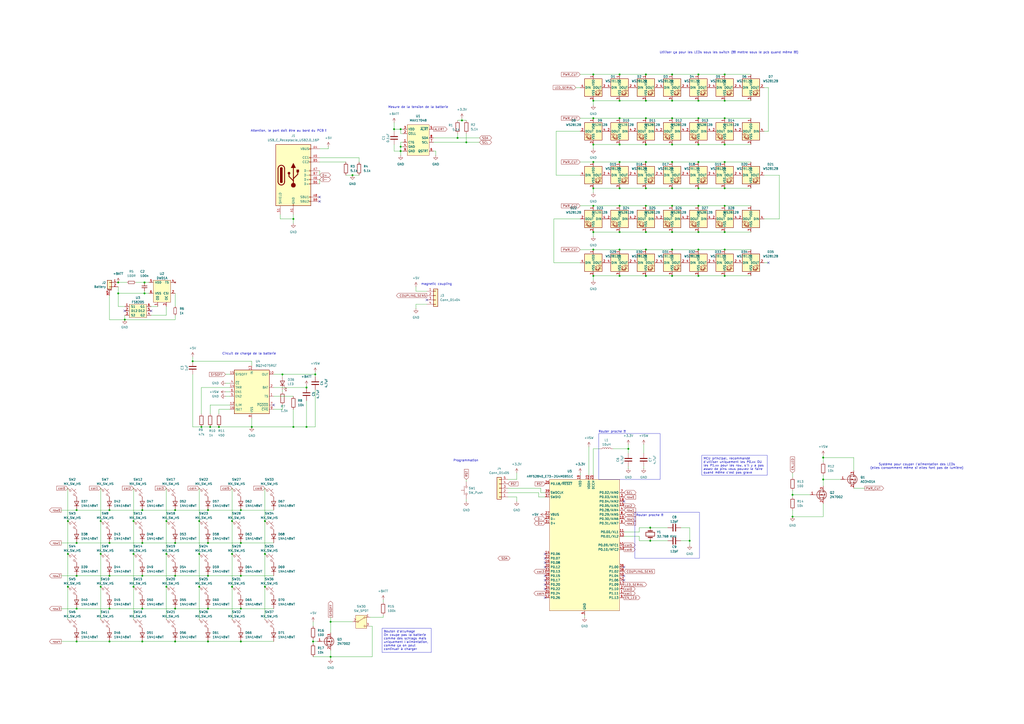
<source format=kicad_sch>
(kicad_sch (version 20231120) (generator "eeschema") (generator_version "8.0")
  (paper "A2")
  (junction (at 44.45 372.11))
  (junction (at 359.41 109.22))
  (junction (at 232.41 85.09))
  (junction (at 374.65 160.02))
  (junction (at 420.37 109.22))
  (junction (at 134.62 321.31))
  (junction (at 477.52 278.13))
  (junction (at 44.45 295.91))
  (junction (at 139.7 372.11))
  (junction (at 389.89 68.58))
  (junction (at 120.65 353.06))
  (junction (at 359.41 58.42))
  (junction (at 344.17 119.38))
  (junction (at 389.89 43.18))
  (junction (at 420.37 83.82))
  (junction (at 374.65 93.98))
  (junction (at 344.17 160.02))
  (junction (at 359.41 160.02))
  (junction (at 111.76 209.55))
  (junction (at 115.57 321.31))
  (junction (at 68.58 163.83))
  (junction (at 115.57 302.26))
  (junction (at 359.41 68.58))
  (junction (at 374.65 43.18))
  (junction (at 359.41 144.78))
  (junction (at 44.45 353.06))
  (junction (at 405.13 160.02))
  (junction (at 359.41 134.62))
  (junction (at 101.6 334.01))
  (junction (at 39.37 340.36))
  (junction (at 82.55 295.91))
  (junction (at 389.89 109.22))
  (junction (at 134.62 340.36))
  (junction (at 377.19 313.69))
  (junction (at 344.17 68.58))
  (junction (at 374.65 58.42))
  (junction (at 120.65 314.96))
  (junction (at 344.17 144.78))
  (junction (at 83.82 170.18))
  (junction (at 83.82 163.83))
  (junction (at 359.41 119.38))
  (junction (at 405.13 68.58))
  (junction (at 127 247.65))
  (junction (at 72.39 185.42))
  (junction (at 153.67 340.36))
  (junction (at 139.7 295.91))
  (junction (at 204.47 101.6))
  (junction (at 389.89 134.62))
  (junction (at 182.88 217.17))
  (junction (at 101.6 372.11))
  (junction (at 374.65 119.38))
  (junction (at 177.8 247.65))
  (junction (at 374.65 83.82))
  (junction (at 420.37 58.42))
  (junction (at 265.43 80.01))
  (junction (at 163.83 217.17))
  (junction (at 400.05 313.69))
  (junction (at 232.41 74.93))
  (junction (at 146.05 247.65))
  (junction (at 96.52 340.36))
  (junction (at 405.13 83.82))
  (junction (at 121.92 247.65))
  (junction (at 359.41 43.18))
  (junction (at 139.7 353.06))
  (junction (at 96.52 302.26))
  (junction (at 389.89 144.78))
  (junction (at 82.55 314.96))
  (junction (at 344.17 43.18))
  (junction (at 405.13 58.42))
  (junction (at 101.6 295.91))
  (junction (at 389.89 93.98))
  (junction (at 267.97 69.85))
  (junction (at 39.37 321.31))
  (junction (at 389.89 119.38))
  (junction (at 270.51 82.55))
  (junction (at 344.17 58.42))
  (junction (at 420.37 93.98))
  (junction (at 359.41 83.82))
  (junction (at 101.6 353.06))
  (junction (at 420.37 119.38))
  (junction (at 359.41 93.98))
  (junction (at 191.77 360.68))
  (junction (at 477.52 265.43))
  (junction (at 374.65 144.78))
  (junction (at 63.5 334.01))
  (junction (at 101.6 314.96))
  (junction (at 405.13 93.98))
  (junction (at 44.45 314.96))
  (junction (at 459.74 287.02))
  (junction (at 153.67 302.26))
  (junction (at 459.74 299.72))
  (junction (at 68.58 170.18))
  (junction (at 77.47 321.31))
  (junction (at 374.65 134.62))
  (junction (at 344.17 93.98))
  (junction (at 405.13 43.18))
  (junction (at 389.89 83.82))
  (junction (at 420.37 134.62))
  (junction (at 120.65 295.91))
  (junction (at 420.37 160.02))
  (junction (at 96.52 321.31))
  (junction (at 63.5 353.06))
  (junction (at 228.6 74.93))
  (junction (at 405.13 109.22))
  (junction (at 405.13 119.38))
  (junction (at 389.89 58.42))
  (junction (at 420.37 68.58))
  (junction (at 170.18 127))
  (junction (at 389.89 160.02))
  (junction (at 120.65 334.01))
  (junction (at 63.5 314.96))
  (junction (at 153.67 321.31))
  (junction (at 170.18 247.65))
  (junction (at 364.49 260.35))
  (junction (at 77.47 302.26))
  (junction (at 115.57 340.36))
  (junction (at 344.17 134.62))
  (junction (at 405.13 134.62))
  (junction (at 82.55 372.11))
  (junction (at 58.42 321.31))
  (junction (at 82.55 334.01))
  (junction (at 374.65 68.58))
  (junction (at 58.42 302.26))
  (junction (at 39.37 302.26))
  (junction (at 58.42 340.36))
  (junction (at 139.7 334.01))
  (junction (at 63.5 372.11))
  (junction (at 344.17 83.82))
  (junction (at 191.77 381))
  (junction (at 344.17 109.22))
  (junction (at 374.65 109.22))
  (junction (at 232.41 87.63))
  (junction (at 82.55 353.06))
  (junction (at 134.62 302.26))
  (junction (at 377.19 306.07))
  (junction (at 44.45 334.01))
  (junction (at 420.37 144.78))
  (junction (at 120.65 372.11))
  (junction (at 116.84 247.65))
  (junction (at 420.37 43.18))
  (junction (at 405.13 144.78))
  (junction (at 139.7 314.96))
  (junction (at 63.5 295.91))
  (junction (at 177.8 224.79))
  (junction (at 181.61 372.11))
  (junction (at 77.47 340.36))
  (no_connect (at 361.95 328.93))
  (no_connect (at 158.75 234.95))
  (no_connect (at 445.77 152.4))
  (no_connect (at 316.23 334.01))
  (no_connect (at 316.23 341.63))
  (no_connect (at 316.23 339.09))
  (no_connect (at 316.23 336.55))
  (no_connect (at 316.23 346.71))
  (no_connect (at 87.63 180.34))
  (no_connect (at 361.95 336.55))
  (no_connect (at 316.23 328.93))
  (no_connect (at 247.65 173.99))
  (no_connect (at 361.95 334.01))
  (no_connect (at 185.42 114.3))
  (no_connect (at 72.39 180.34))
  (no_connect (at 316.23 326.39))
  (no_connect (at 316.23 321.31))
  (no_connect (at 361.95 290.83))
  (no_connect (at 185.42 116.84))
  (no_connect (at 316.23 323.85))
  (wire (pts (xy 459.74 274.32) (xy 459.74 276.86)))
  (wire (pts (xy 68.58 163.83) (xy 73.66 163.83)))
  (wire (pts (xy 44.45 295.91) (xy 63.5 295.91)))
  (wire (pts (xy 177.8 232.41) (xy 177.8 247.65)))
  (wire (pts (xy 233.68 82.55) (xy 232.41 82.55)))
  (wire (pts (xy 316.23 288.29) (xy 312.42 288.29)))
  (wire (pts (xy 191.77 360.68) (xy 191.77 358.14)))
  (wire (pts (xy 322.58 101.6) (xy 336.55 101.6)))
  (wire (pts (xy 228.6 83.82) (xy 228.6 87.63)))
  (wire (pts (xy 115.57 321.31) (xy 115.57 340.36)))
  (wire (pts (xy 336.55 68.58) (xy 344.17 68.58)))
  (wire (pts (xy 270.51 82.55) (xy 278.13 82.55)))
  (wire (pts (xy 336.55 43.18) (xy 344.17 43.18)))
  (wire (pts (xy 359.41 160.02) (xy 374.65 160.02)))
  (wire (pts (xy 191.77 381) (xy 191.77 382.27)))
  (wire (pts (xy 44.45 353.06) (xy 63.5 353.06)))
  (wire (pts (xy 134.62 283.21) (xy 134.62 302.26)))
  (wire (pts (xy 162.56 124.46) (xy 162.56 127)))
  (wire (pts (xy 204.47 101.6) (xy 208.28 101.6)))
  (wire (pts (xy 299.72 290.83) (xy 299.72 288.29)))
  (wire (pts (xy 443.23 101.6) (xy 452.12 101.6)))
  (wire (pts (xy 361.95 311.15) (xy 370.84 311.15)))
  (wire (pts (xy 359.41 119.38) (xy 374.65 119.38)))
  (wire (pts (xy 222.25 356.87) (xy 222.25 358.14)))
  (wire (pts (xy 134.62 302.26) (xy 134.62 321.31)))
  (wire (pts (xy 191.77 377.19) (xy 191.77 381)))
  (wire (pts (xy 44.45 314.96) (xy 63.5 314.96)))
  (wire (pts (xy 420.37 160.02) (xy 435.61 160.02)))
  (wire (pts (xy 35.56 334.01) (xy 44.45 334.01)))
  (wire (pts (xy 267.97 68.58) (xy 267.97 69.85)))
  (wire (pts (xy 359.41 83.82) (xy 374.65 83.82)))
  (wire (pts (xy 82.55 353.06) (xy 101.6 353.06)))
  (wire (pts (xy 344.17 68.58) (xy 359.41 68.58)))
  (wire (pts (xy 241.3 168.91) (xy 241.3 166.37)))
  (wire (pts (xy 270.51 290.83) (xy 270.51 289.56)))
  (wire (pts (xy 232.41 74.93) (xy 232.41 77.47)))
  (wire (pts (xy 190.5 86.36) (xy 185.42 86.36)))
  (wire (pts (xy 228.6 74.93) (xy 232.41 74.93)))
  (wire (pts (xy 420.37 93.98) (xy 435.61 93.98)))
  (wire (pts (xy 170.18 237.49) (xy 170.18 247.65)))
  (wire (pts (xy 389.89 58.42) (xy 405.13 58.42)))
  (wire (pts (xy 374.65 109.22) (xy 389.89 109.22)))
  (wire (pts (xy 405.13 144.78) (xy 420.37 144.78)))
  (wire (pts (xy 228.6 71.12) (xy 228.6 74.93)))
  (wire (pts (xy 120.65 314.96) (xy 139.7 314.96)))
  (wire (pts (xy 405.13 93.98) (xy 420.37 93.98)))
  (wire (pts (xy 405.13 58.42) (xy 420.37 58.42)))
  (wire (pts (xy 83.82 163.83) (xy 86.36 163.83)))
  (wire (pts (xy 405.13 83.82) (xy 420.37 83.82)))
  (wire (pts (xy 341.63 259.08) (xy 341.63 275.59)))
  (wire (pts (xy 72.39 185.42) (xy 101.6 185.42)))
  (wire (pts (xy 336.55 144.78) (xy 344.17 144.78)))
  (wire (pts (xy 251.46 87.63) (xy 252.73 87.63)))
  (wire (pts (xy 344.17 43.18) (xy 359.41 43.18)))
  (wire (pts (xy 68.58 177.8) (xy 72.39 177.8)))
  (wire (pts (xy 101.6 170.18) (xy 101.6 177.8)))
  (wire (pts (xy 101.6 372.11) (xy 120.65 372.11)))
  (wire (pts (xy 405.13 119.38) (xy 420.37 119.38)))
  (wire (pts (xy 163.83 234.95) (xy 163.83 237.49)))
  (wire (pts (xy 185.42 91.44) (xy 208.28 91.44)))
  (wire (pts (xy 355.6 260.35) (xy 364.49 260.35)))
  (wire (pts (xy 228.6 87.63) (xy 232.41 87.63)))
  (wire (pts (xy 130.81 217.17) (xy 133.35 217.17)))
  (wire (pts (xy 252.73 87.63) (xy 252.73 90.17)))
  (wire (pts (xy 182.88 215.9) (xy 182.88 217.17)))
  (wire (pts (xy 120.65 334.01) (xy 139.7 334.01)))
  (wire (pts (xy 344.17 119.38) (xy 359.41 119.38)))
  (wire (pts (xy 322.58 76.2) (xy 322.58 101.6)))
  (wire (pts (xy 130.81 227.33) (xy 133.35 227.33)))
  (wire (pts (xy 344.17 260.35) (xy 347.98 260.35)))
  (wire (pts (xy 139.7 314.96) (xy 158.75 314.96)))
  (wire (pts (xy 170.18 124.46) (xy 170.18 127)))
  (wire (pts (xy 241.3 179.07) (xy 241.3 176.53)))
  (wire (pts (xy 158.75 217.17) (xy 163.83 217.17)))
  (wire (pts (xy 78.74 163.83) (xy 83.82 163.83)))
  (wire (pts (xy 294.64 288.29) (xy 299.72 288.29)))
  (wire (pts (xy 232.41 74.93) (xy 233.68 74.93)))
  (wire (pts (xy 389.89 144.78) (xy 405.13 144.78)))
  (wire (pts (xy 146.05 242.57) (xy 146.05 247.65)))
  (wire (pts (xy 344.17 83.82) (xy 359.41 83.82)))
  (wire (pts (xy 377.19 306.07) (xy 387.35 306.07)))
  (wire (pts (xy 228.6 74.93) (xy 228.6 76.2)))
  (wire (pts (xy 163.83 237.49) (xy 158.75 237.49)))
  (wire (pts (xy 185.42 104.14) (xy 185.42 106.68)))
  (wire (pts (xy 336.55 119.38) (xy 344.17 119.38)))
  (wire (pts (xy 68.58 170.18) (xy 83.82 170.18)))
  (wire (pts (xy 405.13 160.02) (xy 420.37 160.02)))
  (wire (pts (xy 133.35 234.95) (xy 121.92 234.95)))
  (wire (pts (xy 374.65 58.42) (xy 389.89 58.42)))
  (wire (pts (xy 177.8 223.52) (xy 177.8 224.79)))
  (wire (pts (xy 215.9 363.22) (xy 214.63 363.22)))
  (wire (pts (xy 96.52 182.88) (xy 96.52 177.8)))
  (wire (pts (xy 359.41 43.18) (xy 374.65 43.18)))
  (wire (pts (xy 139.7 334.01) (xy 158.75 334.01)))
  (wire (pts (xy 405.13 109.22) (xy 420.37 109.22)))
  (wire (pts (xy 321.31 152.4) (xy 336.55 152.4)))
  (wire (pts (xy 163.83 217.17) (xy 182.88 217.17)))
  (wire (pts (xy 35.56 295.91) (xy 44.45 295.91)))
  (wire (pts (xy 477.52 278.13) (xy 477.52 281.94)))
  (wire (pts (xy 344.17 109.22) (xy 359.41 109.22)))
  (wire (pts (xy 420.37 134.62) (xy 435.61 134.62)))
  (wire (pts (xy 233.68 85.09) (xy 232.41 85.09)))
  (wire (pts (xy 270.51 77.47) (xy 270.51 82.55)))
  (wire (pts (xy 294.64 283.21) (xy 313.69 283.21)))
  (wire (pts (xy 336.55 127) (xy 321.31 127)))
  (wire (pts (xy 139.7 372.11) (xy 158.75 372.11)))
  (wire (pts (xy 336.55 76.2) (xy 322.58 76.2)))
  (wire (pts (xy 153.67 302.26) (xy 153.67 321.31)))
  (wire (pts (xy 77.47 302.26) (xy 77.47 321.31)))
  (wire (pts (xy 334.01 50.8) (xy 336.55 50.8)))
  (wire (pts (xy 270.51 278.13) (xy 270.51 279.4)))
  (wire (pts (xy 420.37 119.38) (xy 435.61 119.38)))
  (wire (pts (xy 181.61 381) (xy 191.77 381)))
  (wire (pts (xy 35.56 372.11) (xy 44.45 372.11)))
  (wire (pts (xy 83.82 170.18) (xy 83.82 168.91)))
  (wire (pts (xy 181.61 372.11) (xy 181.61 373.38)))
  (wire (pts (xy 208.28 91.44) (xy 208.28 93.98)))
  (wire (pts (xy 359.41 109.22) (xy 374.65 109.22)))
  (wire (pts (xy 182.88 247.65) (xy 177.8 247.65)))
  (wire (pts (xy 339.09 356.87) (xy 339.09 358.14)))
  (wire (pts (xy 177.8 247.65) (xy 170.18 247.65)))
  (wire (pts (xy 130.81 229.87) (xy 133.35 229.87)))
  (wire (pts (xy 181.61 372.11) (xy 184.15 372.11)))
  (wire (pts (xy 389.89 134.62) (xy 405.13 134.62)))
  (wire (pts (xy 321.31 127) (xy 321.31 152.4)))
  (wire (pts (xy 265.43 80.01) (xy 278.13 80.01)))
  (wire (pts (xy 405.13 68.58) (xy 420.37 68.58)))
  (wire (pts (xy 477.52 265.43) (xy 477.52 267.97)))
  (wire (pts (xy 344.17 144.78) (xy 359.41 144.78)))
  (wire (pts (xy 191.77 360.68) (xy 204.47 360.68)))
  (wire (pts (xy 63.5 171.45) (xy 63.5 185.42)))
  (wire (pts (xy 370.84 308.61) (xy 370.84 306.07)))
  (wire (pts (xy 163.83 217.17) (xy 163.83 218.44)))
  (wire (pts (xy 344.17 83.82) (xy 344.17 86.36)))
  (wire (pts (xy 374.65 83.82) (xy 389.89 83.82)))
  (wire (pts (xy 313.69 285.75) (xy 313.69 283.21)))
  (wire (pts (xy 120.65 353.06) (xy 139.7 353.06)))
  (wire (pts (xy 116.84 240.03) (xy 116.84 224.79)))
  (wire (pts (xy 63.5 314.96) (xy 82.55 314.96)))
  (wire (pts (xy 181.61 360.68) (xy 181.61 363.22)))
  (wire (pts (xy 185.42 99.06) (xy 185.42 101.6)))
  (wire (pts (xy 121.92 234.95) (xy 121.92 240.03)))
  (wire (pts (xy 495.3 283.21) (xy 501.65 283.21)))
  (wire (pts (xy 359.41 144.78) (xy 374.65 144.78)))
  (wire (pts (xy 389.89 68.58) (xy 405.13 68.58)))
  (wire (pts (xy 35.56 314.96) (xy 44.45 314.96)))
  (wire (pts (xy 452.12 101.6) (xy 452.12 127)))
  (wire (pts (xy 63.5 372.11) (xy 82.55 372.11)))
  (wire (pts (xy 400.05 313.69) (xy 400.05 316.23)))
  (wire (pts (xy 96.52 302.26) (xy 96.52 321.31)))
  (wire (pts (xy 72.39 182.88) (xy 72.39 185.42)))
  (wire (pts (xy 459.74 287.02) (xy 469.9 287.02)))
  (wire (pts (xy 86.36 170.18) (xy 83.82 170.18)))
  (wire (pts (xy 146.05 247.65) (xy 170.18 247.65)))
  (wire (pts (xy 115.57 302.26) (xy 115.57 321.31)))
  (wire (pts (xy 77.47 340.36) (xy 77.47 359.41)))
  (wire (pts (xy 181.61 370.84) (xy 181.61 372.11)))
  (wire (pts (xy 101.6 295.91) (xy 120.65 295.91)))
  (wire (pts (xy 191.77 381) (xy 215.9 381)))
  (wire (pts (xy 127 237.49) (xy 127 240.03)))
  (wire (pts (xy 389.89 43.18) (xy 405.13 43.18)))
  (wire (pts (xy 127 247.65) (xy 146.05 247.65)))
  (wire (pts (xy 299.72 278.13) (xy 294.64 278.13)))
  (wire (pts (xy 359.41 68.58) (xy 374.65 68.58)))
  (wire (pts (xy 370.84 313.69) (xy 377.19 313.69)))
  (wire (pts (xy 222.25 358.14) (xy 214.63 358.14)))
  (wire (pts (xy 162.56 127) (xy 170.18 127)))
  (wire (pts (xy 394.97 313.69) (xy 400.05 313.69)))
  (wire (pts (xy 163.83 226.06) (xy 163.83 227.33)))
  (wire (pts (xy 477.52 292.1) (xy 477.52 299.72)))
  (wire (pts (xy 344.17 134.62) (xy 344.17 137.16)))
  (wire (pts (xy 82.55 372.11) (xy 101.6 372.11)))
  (wire (pts (xy 394.97 306.07) (xy 400.05 306.07)))
  (wire (pts (xy 373.38 271.78) (xy 373.38 270.51)))
  (wire (pts (xy 96.52 340.36) (xy 96.52 359.41)))
  (wire (pts (xy 344.17 275.59) (xy 344.17 260.35)))
  (wire (pts (xy 191.77 367.03) (xy 191.77 360.68)))
  (wire (pts (xy 374.65 93.98) (xy 389.89 93.98)))
  (wire (pts (xy 190.5 85.09) (xy 190.5 86.36)))
  (wire (pts (xy 232.41 87.63) (xy 232.41 90.17)))
  (wire (pts (xy 344.17 134.62) (xy 359.41 134.62)))
  (wire (pts (xy 158.75 224.79) (xy 177.8 224.79)))
  (wire (pts (xy 359.41 134.62) (xy 374.65 134.62)))
  (wire (pts (xy 82.55 314.96) (xy 101.6 314.96)))
  (wire (pts (xy 267.97 69.85) (xy 270.51 69.85)))
  (wire (pts (xy 477.52 278.13) (xy 487.68 278.13)))
  (wire (pts (xy 134.62 340.36) (xy 134.62 359.41)))
  (wire (pts (xy 87.63 182.88) (xy 96.52 182.88)))
  (wire (pts (xy 267.97 69.85) (xy 265.43 69.85)))
  (wire (pts (xy 44.45 334.01) (xy 63.5 334.01)))
  (wire (pts (xy 233.68 77.47) (xy 232.41 77.47)))
  (wire (pts (xy 374.65 144.78) (xy 389.89 144.78)))
  (wire (pts (xy 68.58 166.37) (xy 68.58 170.18)))
  (wire (pts (xy 153.67 321.31) (xy 153.67 340.36)))
  (wire (pts (xy 120.65 295.91) (xy 139.7 295.91)))
  (wire (pts (xy 389.89 109.22) (xy 405.13 109.22)))
  (wire (pts (xy 336.55 93.98) (xy 344.17 93.98)))
  (wire (pts (xy 459.74 295.91) (xy 459.74 299.72)))
  (wire (pts (xy 400.05 306.07) (xy 400.05 313.69)))
  (wire (pts (xy 445.77 50.8) (xy 445.77 76.2)))
  (wire (pts (xy 389.89 160.02) (xy 405.13 160.02)))
  (wire (pts (xy 153.67 283.21) (xy 153.67 302.26)))
  (wire (pts (xy 101.6 353.06) (xy 120.65 353.06)))
  (wire (pts (xy 299.72 274.32) (xy 299.72 278.13)))
  (wire (pts (xy 101.6 314.96) (xy 120.65 314.96)))
  (wire (pts (xy 265.43 80.01) (xy 265.43 77.47)))
  (wire (pts (xy 241.3 176.53) (xy 247.65 176.53)))
  (wire (pts (xy 364.49 257.81) (xy 364.49 260.35)))
  (wire (pts (xy 139.7 353.06) (xy 158.75 353.06)))
  (wire (pts (xy 477.52 275.59) (xy 477.52 278.13)))
  (wire (pts (xy 116.84 224.79) (xy 133.35 224.79)))
  (wire (pts (xy 82.55 334.01) (xy 101.6 334.01)))
  (wire (pts (xy 312.42 288.29) (xy 312.42 285.75)))
  (wire (pts (xy 344.17 58.42) (xy 344.17 60.96)))
  (wire (pts (xy 58.42 302.26) (xy 58.42 321.31)))
  (wire (pts (xy 374.65 134.62) (xy 389.89 134.62)))
  (wire (pts (xy 420.37 144.78) (xy 435.61 144.78)))
  (wire (pts (xy 101.6 334.01) (xy 120.65 334.01)))
  (wire (pts (xy 82.55 295.91) (xy 101.6 295.91)))
  (wire (pts (xy 374.65 119.38) (xy 389.89 119.38)))
  (wire (pts (xy 130.81 222.25) (xy 133.35 222.25)))
  (wire (pts (xy 215.9 381) (xy 215.9 363.22)))
  (wire (pts (xy 111.76 247.65) (xy 116.84 247.65)))
  (wire (pts (xy 39.37 321.31) (xy 39.37 340.36)))
  (wire (pts (xy 316.23 285.75) (xy 313.69 285.75)))
  (wire (pts (xy 77.47 283.21) (xy 77.47 302.26)))
  (wire (pts (xy 443.23 127) (xy 452.12 127)))
  (wire (pts (xy 459.74 287.02) (xy 459.74 288.29)))
  (wire (pts (xy 35.56 353.06) (xy 44.45 353.06)))
  (wire (pts (xy 420.37 43.18) (xy 435.61 43.18)))
  (wire (pts (xy 63.5 185.42) (xy 72.39 185.42)))
  (wire (pts (xy 359.41 93.98) (xy 374.65 93.98)))
  (wire (pts (xy 251.46 82.55) (xy 270.51 82.55)))
  (wire (pts (xy 63.5 353.06) (xy 82.55 353.06)))
  (wire (pts (xy 247.65 168.91) (xy 241.3 168.91)))
  (wire (pts (xy 134.62 321.31) (xy 134.62 340.36)))
  (wire (pts (xy 443.23 152.4) (xy 445.77 152.4)))
  (wire (pts (xy 133.35 237.49) (xy 127 237.49)))
  (wire (pts (xy 58.42 321.31) (xy 58.42 340.36)))
  (wire (pts (xy 182.88 226.06) (xy 182.88 247.65)))
  (wire (pts (xy 158.75 229.87) (xy 170.18 229.87)))
  (wire (pts (xy 373.38 257.81) (xy 373.38 262.89)))
  (wire (pts (xy 44.45 372.11) (xy 63.5 372.11)))
  (wire (pts (xy 115.57 340.36) (xy 115.57 359.41)))
  (wire (pts (xy 232.41 82.55) (xy 232.41 85.09)))
  (wire (pts (xy 364.49 271.78) (xy 364.49 270.51)))
  (wire (pts (xy 420.37 109.22) (xy 435.61 109.22)))
  (wire (pts (xy 139.7 295.91) (xy 158.75 295.91)))
  (wire (pts (xy 459.74 284.48) (xy 459.74 287.02)))
  (wire (pts (xy 39.37 340.36) (xy 39.37 359.41)))
  (wire (pts (xy 389.89 83.82) (xy 405.13 83.82)))
  (wire (pts (xy 77.47 321.31) (xy 77.47 340.36)))
  (wire (pts (xy 185.42 93.98) (xy 200.66 93.98)))
  (wire (pts (xy 344.17 109.22) (xy 344.17 111.76)))
  (wire (pts (xy 39.37 302.26) (xy 39.37 321.31)))
  (wire (pts (xy 420.37 83.82) (xy 435.61 83.82)))
  (wire (pts (xy 374.65 43.18) (xy 389.89 43.18)))
  (wire (pts (xy 222.25 347.98) (xy 222.25 349.25)))
  (wire (pts (xy 232.41 85.09) (xy 232.41 87.63)))
  (wire (pts (xy 63.5 295.91) (xy 82.55 295.91)))
  (wire (pts (xy 146.05 212.09) (xy 146.05 209.55)))
  (wire (pts (xy 420.37 58.42) (xy 435.61 58.42)))
  (wire (pts (xy 344.17 93.98) (xy 359.41 93.98)))
  (wire (pts (xy 251.46 80.01) (xy 265.43 80.01)))
  (wire (pts (xy 115.57 283.21) (xy 115.57 302.26)))
  (wire (pts (xy 111.76 209.55) (xy 146.05 209.55)))
  (wire (pts (xy 87.63 177.8) (xy 91.44 177.8)))
  (wire (pts (xy 101.6 185.42) (xy 101.6 182.88)))
  (wire (pts (xy 58.42 340.36) (xy 58.42 359.41)))
  (wire (pts (xy 170.18 127) (xy 170.18 129.54)))
  (wire (pts (xy 200.66 101.6) (xy 204.47 101.6)))
  (wire (pts (xy 370.84 306.07) (xy 377.19 306.07)))
  (wire (pts (xy 389.89 93.98) (xy 405.13 93.98)))
  (wire (pts (xy 96.52 321.31) (xy 96.52 340.36)))
  (wire (pts (xy 344.17 160.02) (xy 344.17 162.56)))
  (wire (pts (xy 63.5 334.01) (xy 82.55 334.01)))
  (wire (pts (xy 377.19 313.69) (xy 387.35 313.69)))
  (wire (pts (xy 182.88 217.17) (xy 182.88 218.44)))
  (wire (pts (xy 374.65 68.58) (xy 389.89 68.58)))
  (wire (pts (xy 116.84 247.65) (xy 121.92 247.65)))
  (wire (pts (xy 96.52 283.21) (xy 96.52 302.26)))
  (wire (pts (xy 495.3 273.05) (xy 495.3 265.43)))
  (wire (pts (xy 233.68 87.63) (xy 232.41 87.63)))
  (wire (pts (xy 445.77 76.2) (xy 443.23 76.2)))
  (wire (pts (xy 361.95 308.61) (xy 370.84 308.61)))
  (wire (pts (xy 420.37 68.58) (xy 435.61 68.58)))
  (wire (pts (xy 111.76 207.01) (xy 111.76 209.55)))
  (wire (pts (xy 344.17 58.42) (xy 359.41 58.42)))
  (wire (pts (xy 443.23 50.8) (xy 445.77 50.8)))
  (wire (pts (xy 477.52 264.16) (xy 477.52 265.43)))
  (wire (pts (xy 405.13 43.18) (xy 420.37 43.18)))
  (wire (pts (xy 120.65 372.11) (xy 139.7 372.11)))
  (wire (pts (xy 58.42 283.21) (xy 58.42 302.26)))
  (wire (pts (xy 389.89 119.38) (xy 405.13 119.38)))
  (wire (pts (xy 359.41 58.42) (xy 374.65 58.42)))
  (wire (pts (xy 477.52 299.72) (xy 459.74 299.72)))
  (wire (pts (xy 111.76 217.17) (xy 111.76 247.65)))
  (wire (pts (xy 364.49 260.35) (xy 364.49 262.89)))
  (wire (pts (xy 68.58 170.18) (xy 68.58 177.8)))
  (wire (pts (xy 153.67 340.36) (xy 153.67 359.41)))
  (wire (pts (xy 121.92 247.65) (xy 127 247.65)))
  (wire (pts (xy 405.13 134.62) (xy 420.37 134.62)))
  (wire (pts (xy 39.37 283.21) (xy 39.37 302.26)))
  (wire (pts (xy 294.64 285.75) (xy 312.42 285.75)))
  (wire (pts (xy 477.52 265.43) (xy 495.3 265.43)))
  (wire (pts (xy 344.17 160.02) (xy 359.41 160.02)))
  (wire (pts (xy 374.65 160.02) (xy 389.89 160.02)))
  (wire (pts (xy 370.84 311.15) (xy 370.84 313.69)))
  (wire (pts (xy 336.55 274.32) (xy 336.55 275.59)))
  (rectangle (start 368.3 297.18) (end 405.765 323.85))
  (rectangle (start 347.345 251.46) (end 382.905 278.13))
  (text_box "MCU principal, recommandé d'utiliser uniquement les P0.xx OU les P1.xx pour les row, s'il y a pas assez de pins vous pouvez le faire quand même c'est pas grave\n" (at 407.035 264.16 0) (size 38.1 11.43) (effects (font (size 1.27 1.27)) (justify left top)))
  (text_box "Bouton d'allumage\nOn coupe pas la batterie comme des schlags mais uniquement l'alimentation, comme ça on peut continuer à charger" (at 221.615 364.49 0) (size 28.575 13.97) (effects (font (size 1.27 1.27)) (justify left top)))
  (text "Router proche !!" (at 355.092 250.444 0) (effects (font (size 1.27 1.27))))
  (text "magnetic coupling" (at 253.238 164.846 0) (effects (font (size 1.27 1.27))))
  (text "Circuit de charge de la batterie" (at 144.526 205.232 0) (effects (font (size 1.27 1.27))))
  (text "Utiliser ça pour les LEDs sous les switch (!!! mettre sous le pcb quand même !!!)" (at 422.91 30.48 0) (effects (font (size 1.27 1.27))))
  (text "Attention, le port doit être au bord du PCB !" (at 167.386 75.946 0) (effects (font (size 1.27 1.27))))
  (text "Système pour couper l'alimentation des LEDs\n(elles consomment même si elles font pas de lumière)" (at 531.876 270.51 0) (effects (font (size 1.27 1.27))))
  (text "Programmation" (at 270.256 267.208 0) (effects (font (size 1.27 1.27))))
  (text "Router proche !!" (at 376.936 298.958 0) (effects (font (size 1.27 1.27))))
  (text "Mesure de la tension de la batterie" (at 242.57 62.23 0) (effects (font (size 1.27 1.27))))
  (global_label "row3" (shape output) (at 35.56 353.06 180) (property "Intersheetrefs" "${INTERSHEET_REFS}" (effects (hide yes))))
  (global_label "EN_LED" (shape output) (at 361.95 346.71 0) (property "Intersheetrefs" "${INTERSHEET_REFS}" (effects (hide yes))))
  (global_label "EN_LED" (shape input) (at 459.74 274.32 90) (property "Intersheetrefs" "${INTERSHEET_REFS}" (effects (hide yes))))
  (global_label "COUPLING_SENS" (shape output) (at 247.65 171.45 180) (property "Intersheetrefs" "${INTERSHEET_REFS}" (effects (hide yes))))
  (global_label "LED_SERIAL" (shape output) (at 361.95 339.09 0) (property "Intersheetrefs" "${INTERSHEET_REFS}" (effects (hide yes))))
  (global_label "D+" (shape bidirectional) (at 316.23 303.53 180) (property "Intersheetrefs" "${INTERSHEET_REFS}" (effects (hide yes))))
  (global_label "PWR_CUT" (shape input) (at 336.55 144.78 180) (property "Intersheetrefs" "${INTERSHEET_REFS}" (effects (hide yes))))
  (global_label "PWR_CUT" (shape input) (at 336.55 68.58 180) (property "Intersheetrefs" "${INTERSHEET_REFS}" (effects (hide yes))))
  (global_label "col1" (shape output) (at 361.95 344.17 0) (property "Intersheetrefs" "${INTERSHEET_REFS}" (effects (hide yes))))
  (global_label "col0" (shape input) (at 39.37 283.21 180) (property "Intersheetrefs" "${INTERSHEET_REFS}" (effects (hide yes))))
  (global_label "col5" (shape input) (at 134.62 283.21 180) (property "Intersheetrefs" "${INTERSHEET_REFS}" (effects (hide yes))))
  (global_label "SDA" (shape bidirectional) (at 295.91 323.85 180) (property "Intersheetrefs" "${INTERSHEET_REFS}" (effects (hide yes))))
  (global_label "row0" (shape output) (at 35.56 295.91 180) (property "Intersheetrefs" "${INTERSHEET_REFS}" (effects (hide yes))))
  (global_label "row1" (shape output) (at 35.56 314.96 180) (property "Intersheetrefs" "${INTERSHEET_REFS}" (effects (hide yes))))
  (global_label "D+" (shape bidirectional) (at 185.42 101.6 0) (property "Intersheetrefs" "${INTERSHEET_REFS}" (effects (hide yes))))
  (global_label "row4" (shape input) (at 361.95 300.99 0) (property "Intersheetrefs" "${INTERSHEET_REFS}" (effects (hide yes))))
  (global_label "row4" (shape output) (at 35.56 372.11 180) (property "Intersheetrefs" "${INTERSHEET_REFS}" (effects (hide yes))))
  (global_label "col4" (shape output) (at 316.23 344.17 180) (property "Intersheetrefs" "${INTERSHEET_REFS}" (effects (hide yes))))
  (global_label "PWR_CUT" (shape output) (at 501.65 283.21 0) (property "Intersheetrefs" "${INTERSHEET_REFS}" (effects (hide yes))))
  (global_label "row2" (shape input) (at 361.95 298.45 0) (property "Intersheetrefs" "${INTERSHEET_REFS}" (effects (hide yes))))
  (global_label "col4" (shape input) (at 115.57 283.21 180) (property "Intersheetrefs" "${INTERSHEET_REFS}" (effects (hide yes))))
  (global_label "row1" (shape input) (at 361.95 295.91 0) (property "Intersheetrefs" "${INTERSHEET_REFS}" (effects (hide yes))))
  (global_label "PWR_CUT" (shape input) (at 336.55 93.98 180) (property "Intersheetrefs" "${INTERSHEET_REFS}" (effects (hide yes))))
  (global_label "SDA" (shape bidirectional) (at 278.13 80.01 0) (property "Intersheetrefs" "${INTERSHEET_REFS}" (effects (hide yes))))
  (global_label "col2" (shape output) (at 361.95 293.37 0) (property "Intersheetrefs" "${INTERSHEET_REFS}" (effects (hide yes))))
  (global_label "PWR_CUT" (shape input) (at 336.55 119.38 180) (property "Intersheetrefs" "${INTERSHEET_REFS}" (effects (hide yes))))
  (global_label "col6" (shape input) (at 153.67 283.21 180) (property "Intersheetrefs" "${INTERSHEET_REFS}" (effects (hide yes))))
  (global_label "col3" (shape output) (at 316.23 331.47 180) (property "Intersheetrefs" "${INTERSHEET_REFS}" (effects (hide yes))))
  (global_label "RST" (shape input) (at 270.51 278.13 90) (property "Intersheetrefs" "${INTERSHEET_REFS}" (effects (hide yes))))
  (global_label "col6" (shape output) (at 361.95 318.77 0) (property "Intersheetrefs" "${INTERSHEET_REFS}" (effects (hide yes))))
  (global_label "col0" (shape output) (at 361.95 341.63 0) (property "Intersheetrefs" "${INTERSHEET_REFS}" (effects (hide yes))))
  (global_label "row2" (shape output) (at 35.56 334.01 180) (property "Intersheetrefs" "${INTERSHEET_REFS}" (effects (hide yes))))
  (global_label "ALERT" (shape output) (at 251.46 74.93 0) (property "Intersheetrefs" "${INTERSHEET_REFS}" (effects (hide yes))))
  (global_label "RST" (shape input) (at 294.64 280.67 0) (property "Intersheetrefs" "${INTERSHEET_REFS}" (effects (hide yes))))
  (global_label "COUPLING_SENS" (shape input) (at 361.95 331.47 0) (property "Intersheetrefs" "${INTERSHEET_REFS}" (effects (hide yes))))
  (global_label "RST" (shape input) (at 316.23 280.67 180) (property "Intersheetrefs" "${INTERSHEET_REFS}" (effects (hide yes))))
  (global_label "D-" (shape bidirectional) (at 185.42 104.14 0) (property "Intersheetrefs" "${INTERSHEET_REFS}" (effects (hide yes))))
  (global_label "SYSOFF" (shape output) (at 191.77 358.14 90) (property "Intersheetrefs" "${INTERSHEET_REFS}" (effects (hide yes))))
  (global_label "D-" (shape bidirectional) (at 316.23 300.99 180) (property "Intersheetrefs" "${INTERSHEET_REFS}" (effects (hide yes))))
  (global_label "row3" (shape input) (at 361.95 303.53 0) (property "Intersheetrefs" "${INTERSHEET_REFS}" (effects (hide yes))))
  (global_label "SYSOFF" (shape input) (at 130.81 217.17 180) (property "Intersheetrefs" "${INTERSHEET_REFS}" (effects (hide yes))))
  (global_label "row0" (shape input) (at 361.95 288.29 0) (property "Intersheetrefs" "${INTERSHEET_REFS}" (effects (hide yes))))
  (global_label "col5" (shape output) (at 361.95 316.23 0) (property "Intersheetrefs" "${INTERSHEET_REFS}" (effects (hide yes))))
  (global_label "PWR_CUT" (shape input) (at 336.55 43.18 180) (property "Intersheetrefs" "${INTERSHEET_REFS}" (effects (hide yes))))
  (global_label "col2" (shape input) (at 77.47 283.21 180) (property "Intersheetrefs" "${INTERSHEET_REFS}" (effects (hide yes))))
  (global_label "SCL" (shape bidirectional) (at 278.13 82.55 0) (property "Intersheetrefs" "${INTERSHEET_REFS}" (effects (hide yes))))
  (global_label "SCL" (shape bidirectional) (at 361.95 285.75 0) (property "Intersheetrefs" "${INTERSHEET_REFS}" (effects (hide yes))))
  (global_label "col3" (shape input) (at 96.52 283.21 180) (property "Intersheetrefs" "${INTERSHEET_REFS}" (effects (hide yes))))
  (global_label "col1" (shape input) (at 58.42 283.21 180) (property "Intersheetrefs" "${INTERSHEET_REFS}" (effects (hide yes))))
  (global_label "LED_SERIAL" (shape input) (at 334.01 50.8 180) (property "Intersheetrefs" "${INTERSHEET_REFS}" (effects (hide yes))))
  (symbol (lib_id "Diode:1N4148WT") (at 82.55 368.3 90) (unit 1)
    (property "Reference" "D51" (at 85.09 367.0299 90) (effects (justify right)))
    (property "Value" "1N4148WT" (at 85.09 369.5699 90) (effects (justify right)))
    (property "Footprint" "Diode_SMD:D_SOD-523" (effects (hide yes)))
    (property "Datasheet" "https://www.diodes.com/assets/Datasheets/ds30396.pdf" (effects (hide yes)))
  )
  (symbol (lib_id "power:GND") (at 344.17 162.56 0) (unit 1)
    (property "Reference" "#PWR012" (effects (hide yes)))
    (property "Value" "GND" (at 344.17 167.64 0))
    (property "Description" "Power symbol creates a global label with name \"GND\" , ground" (effects (hide yes)))
  )
  (symbol (lib_id "power:+5V") (at 190.5 85.09 0) (unit 1)
    (property "Reference" "#PWR04" (effects (hide yes)))
    (property "Value" "+5V" (at 190.5 80.01 0))
    (property "Description" "Power symbol creates a global label with name \"+5V\"" (effects (hide yes)))
  )
  (symbol (lib_id "Device:R_Small") (at 101.6 180.34 180) (unit 1)
    (property "Reference" "R6" (at 104.14 179.0699 0) (effects (justify right)))
    (property "Value" "1k" (at 104.14 181.6099 0) (effects (justify right)))
    (property "Footprint" "Resistor_SMD:R_0402_1005Metric" (effects (hide yes)))
  )
  (symbol (lib_id "LED:WS2812B") (at 435.61 50.8 0) (unit 1)
    (property "Reference" "D7" (at 447.04 44.4814 0))
    (property "Value" "WS2812B" (at 447.04 47.0214 0))
    (property "Footprint" "PCM_marbastlib-mx:LED_MX_6028R" (effects (hide yes)))
    (property "Datasheet" "https://cdn-shop.adafruit.com/datasheets/WS2812B.pdf" (effects (hide yes)))
    (property "Description" "RGB LED with integrated controller" (effects (hide yes)))
    (property "Field5" "https://www.aliexpress.us/item/1005004212435986.html?spm=a2g0o.detail.pcDetailTopMoreOtherSeller.2.6f77YrsmYrsmWg&gps-id=pcDetailTopMoreOtherSeller&scm=1007.40050.354490.0&scm_id=1007.40050.354490.0&scm-url=1007.40050.354490.0&pvid=c5135aa0-07a3-4267-b3ba-4f0251d5bd4a&_t=gps-id:pcDetailTopMoreOtherSeller,scm-url:1007.40050.354490.0,pvid:c5135aa0-07a3-4267-b3ba-4f0251d5bd4a,tpp_buckets:668%232846%238109%231935&pdp_npi=4%40dis%21EUR%216.47%216.47%21%21%216.84%216.84%21%40211b61d017205170020921207e9f70%2112000028398192234%21rec%21FR%21108341905%21&utparam-url=scene%3ApcDetailTopMoreOtherSeller%7Cquery_from%3A" (effects (hide yes)))
  )
  (symbol (lib_id "PCM_marbastlib-mx:MX_SW_HS") (at 118.11 342.9 0) (unit 1)
    (property "Reference" "SW25" (at 118.11 335.915 0))
    (property "Value" "MX_SW_HS" (at 118.11 338.455 0))
    (property "Footprint" "PCM_marbastlib-mx:SW_MX_HS_CPG151101S11_1u" (effects (hide yes)))
  )
  (symbol (lib_id "power:+BATT") (at 177.8 223.52 0) (unit 1)
    (property "Reference" "#PWR020" (effects (hide yes)))
    (property "Value" "+BATT" (at 177.8 218.44 0))
    (property "Description" "Power symbol creates a global label with name \"+BATT\"" (effects (hide yes)))
  )
  (symbol (lib_id "power:+BATT") (at 228.6 71.12 0) (unit 1)
    (property "Reference" "#PWR03" (effects (hide yes)))
    (property "Value" "+BATT" (at 228.6 66.04 0))
    (property "Description" "Power symbol creates a global label with name \"+BATT\"" (effects (hide yes)))
  )
  (symbol (lib_id "LED:WS2812B") (at 405.13 152.4 0) (unit 1)
    (property "Reference" "D33" (at 416.56 146.0814 0))
    (property "Value" "WS2812B" (at 416.56 148.6214 0))
    (property "Footprint" "PCM_marbastlib-mx:LED_MX_6028R" (effects (hide yes)))
    (property "Datasheet" "https://cdn-shop.adafruit.com/datasheets/WS2812B.pdf" (effects (hide yes)))
    (property "Description" "RGB LED with integrated controller" (effects (hide yes)))
    (property "Field5" "https://www.aliexpress.us/item/1005004212435986.html?spm=a2g0o.detail.pcDetailTopMoreOtherSeller.2.6f77YrsmYrsmWg&gps-id=pcDetailTopMoreOtherSeller&scm=1007.40050.354490.0&scm_id=1007.40050.354490.0&scm-url=1007.40050.354490.0&pvid=c5135aa0-07a3-4267-b3ba-4f0251d5bd4a&_t=gps-id:pcDetailTopMoreOtherSeller,scm-url:1007.40050.354490.0,pvid:c5135aa0-07a3-4267-b3ba-4f0251d5bd4a,tpp_buckets:668%232846%238109%231935&pdp_npi=4%40dis%21EUR%216.47%216.47%21%21%216.84%216.84%21%40211b61d017205170020921207e9f70%2112000028398192234%21rec%21FR%21108341905%21&utparam-url=scene%3ApcDetailTopMoreOtherSeller%7Cquery_from%3A" (effects (hide yes)))
  )
  (symbol (lib_id "PCM_marbastlib-mx:MX_SW_HS") (at 99.06 342.9 0) (unit 1)
    (property "Reference" "SW20" (at 99.06 335.915 0))
    (property "Value" "MX_SW_HS" (at 99.06 338.455 0))
    (property "Footprint" "PCM_marbastlib-mx:SW_MX_HS_CPG151101S11_1u" (effects (hide yes)))
  )
  (symbol (lib_id "power:GND") (at 364.49 271.78 0) (unit 1)
    (property "Reference" "#PWR028" (effects (hide yes)))
    (property "Value" "GND" (at 364.49 276.86 0))
    (property "Description" "Power symbol creates a global label with name \"GND\" , ground" (effects (hide yes)))
  )
  (symbol (lib_id "power:+5V") (at 111.76 207.01 0) (unit 1)
    (property "Reference" "#PWR017" (effects (hide yes)))
    (property "Value" "+5V" (at 111.76 201.93 0))
    (property "Description" "Power symbol creates a global label with name \"+5V\"" (effects (hide yes)))
  )
  (symbol (lib_id "Device:L") (at 351.79 260.35 90) (unit 1)
    (property "Reference" "L1" (at 351.79 255.27 90))
    (property "Value" "10uH" (at 351.79 257.81 90))
    (property "Footprint" "Inductor_SMD:L_Sunlord_MWSA0603S" (effects (hide yes)))
    (property "Description" "Inductor" (effects (hide yes)))
    (property "Field5" "https://www.aliexpress.us/item/4001190980359.html?spm=a2g0o.productlist.main.3.73a54e468fg06l&algo_pvid=3434fd26-85c4-4f3c-9846-64fe6a97c4c4&algo_exp_id=3434fd26-85c4-4f3c-9846-64fe6a97c4c4-1&pdp_npi=4%40dis%21EUR%211.19%211.19%21%21%211.26%211.26%21%402103834817205151218703963e9332%2110000015255037974%21sea%21FR%21108341905%21&curPageLogUid=NJnoqRYzf0gp&utparam-url=scene%3Asearch%7Cquery_from%3A" (effects (hide yes)))
  )
  (symbol (lib_id "Diode:1N4148WT") (at 63.5 311.15 90) (unit 1)
    (property "Reference" "D43" (at 66.04 309.8799 90) (effects (justify right)))
    (property "Value" "1N4148WT" (at 66.04 312.4199 90) (effects (justify right)))
    (property "Footprint" "Diode_SMD:D_SOD-523" (effects (hide yes)))
    (property "Datasheet" "https://www.diodes.com/assets/Datasheets/ds30396.pdf" (effects (hide yes)))
  )
  (symbol (lib_id "Device:R") (at 459.74 292.1 0) (unit 1)
    (property "Reference" "R14" (at 462.28 290.8299 0) (effects (justify left)))
    (property "Value" "10k" (at 462.28 293.3699 0) (effects (justify left)))
    (property "Footprint" "Resistor_SMD:R_0603_1608Metric_Pad0.98x0.95mm_HandSolder" (effects (hide yes)))
    (property "Description" "Resistor" (effects (hide yes)))
  )
  (symbol (lib_id "Diode:1N4148WT") (at 82.55 311.15 90) (unit 1)
    (property "Reference" "D48" (at 85.09 309.8799 90) (effects (justify right)))
    (property "Value" "1N4148WT" (at 85.09 312.4199 90) (effects (justify right)))
    (property "Footprint" "Diode_SMD:D_SOD-523" (effects (hide yes)))
    (property "Datasheet" "https://www.diodes.com/assets/Datasheets/ds30396.pdf" (effects (hide yes)))
  )
  (symbol (lib_id "Transistor_FET:2N7002") (at 474.98 287.02 0) (unit 1)
    (property "Reference" "Q2" (at 481.33 285.7499 0) (effects (justify left)))
    (property "Value" "2N7002" (at 481.33 288.2899 0) (effects (justify left)))
    (property "Footprint" "Package_TO_SOT_SMD:SOT-23" (effects (hide yes)))
    (property "Datasheet" "https://www.onsemi.com/pub/Collateral/NDS7002A-D.PDF" (effects (hide yes)))
    (property "Description" "0.115A Id, 60V Vds, N-Channel MOSFET, SOT-23" (effects (hide yes)))
  )
  (symbol (lib_id "Diode:1N4148WT") (at 101.6 349.25 90) (unit 1)
    (property "Reference" "D55" (at 104.14 347.9799 90) (effects (justify right)))
    (property "Value" "1N4148WT" (at 104.14 350.5199 90) (effects (justify right)))
    (property "Footprint" "Diode_SMD:D_SOD-523" (effects (hide yes)))
    (property "Datasheet" "https://www.diodes.com/assets/Datasheets/ds30396.pdf" (effects (hide yes)))
  )
  (symbol (lib_id "Device:R") (at 477.52 271.78 0) (unit 1)
    (property "Reference" "R12" (at 480.06 270.5099 0) (effects (justify left)))
    (property "Value" "10k" (at 480.06 273.0499 0) (effects (justify left)))
    (property "Footprint" "Resistor_SMD:R_0603_1608Metric_Pad0.98x0.95mm_HandSolder" (effects (hide yes)))
    (property "Description" "Resistor" (effects (hide yes)))
  )
  (symbol (lib_id "Transistor_FET:2N7002") (at 189.23 372.11 0) (unit 1)
    (property "Reference" "Q3" (at 195.58 370.8399 0) (effects (justify left)))
    (property "Value" "2N7002" (at 195.58 373.3799 0) (effects (justify left)))
    (property "Footprint" "Package_TO_SOT_SMD:SOT-23" (effects (hide yes)))
    (property "Datasheet" "https://www.onsemi.com/pub/Collateral/NDS7002A-D.PDF" (effects (hide yes)))
    (property "Description" "0.115A Id, 60V Vds, N-Channel MOSFET, SOT-23" (effects (hide yes)))
  )
  (symbol (lib_id "PCM_marbastlib-mx:MX_SW_HS") (at 99.06 323.85 0) (unit 1)
    (property "Reference" "SW19" (at 99.06 316.865 0))
    (property "Value" "MX_SW_HS" (at 99.06 319.405 0))
    (property "Footprint" "PCM_marbastlib-mx:SW_MX_HS_CPG151101S11_1u" (effects (hide yes)))
  )
  (symbol (lib_id "Device:R_Small") (at 76.2 163.83 90) (unit 1)
    (property "Reference" "R5" (at 76.2 157.48 90))
    (property "Value" "100R" (at 76.2 160.02 90))
    (property "Footprint" "Resistor_SMD:R_0402_1005Metric" (effects (hide yes)))
  )
  (symbol (lib_id "Device:R") (at 265.43 73.66 0) (unit 1)
    (property "Reference" "R1" (at 260.096 72.644 0) (effects (justify left)))
    (property "Value" "5.1k" (at 262.382 75.184 0) (effects (justify left)))
    (property "Footprint" "Resistor_SMD:R_0603_1608Metric_Pad0.98x0.95mm_HandSolder" (effects (hide yes)))
    (property "Description" "Resistor" (effects (hide yes)))
  )
  (symbol (lib_id "Diode:1N4148WT") (at 44.45 311.15 90) (unit 1)
    (property "Reference" "D38" (at 46.99 309.8799 90) (effects (justify right)))
    (property "Value" "1N4148WT" (at 46.99 312.4199 90) (effects (justify right)))
    (property "Footprint" "Diode_SMD:D_SOD-523" (effects (hide yes)))
    (property "Datasheet" "https://www.diodes.com/assets/Datasheets/ds30396.pdf" (effects (hide yes)))
  )
  (symbol (lib_id "LED:WS2812B") (at 374.65 50.8 0) (unit 1)
    (property "Reference" "D3" (at 386.08 44.4814 0))
    (property "Value" "WS2812B" (at 386.08 47.0214 0))
    (property "Footprint" "PCM_marbastlib-mx:LED_MX_6028R" (effects (hide yes)))
    (property "Datasheet" "https://cdn-shop.adafruit.com/datasheets/WS2812B.pdf" (effects (hide yes)))
    (property "Description" "RGB LED with integrated controller" (effects (hide yes)))
    (property "Field5" "https://www.aliexpress.us/item/1005004212435986.html?spm=a2g0o.detail.pcDetailTopMoreOtherSeller.2.6f77YrsmYrsmWg&gps-id=pcDetailTopMoreOtherSeller&scm=1007.40050.354490.0&scm_id=1007.40050.354490.0&scm-url=1007.40050.354490.0&pvid=c5135aa0-07a3-4267-b3ba-4f0251d5bd4a&_t=gps-id:pcDetailTopMoreOtherSeller,scm-url:1007.40050.354490.0,pvid:c5135aa0-07a3-4267-b3ba-4f0251d5bd4a,tpp_buckets:668%232846%238109%231935&pdp_npi=4%40dis%21EUR%216.47%216.47%21%21%216.84%216.84%21%40211b61d017205170020921207e9f70%2112000028398192234%21rec%21FR%21108341905%21&utparam-url=scene%3ApcDetailTopMoreOtherSeller%7Cquery_from%3A" (effects (hide yes)))
  )
  (symbol (lib_id "PCM_marbastlib-various:DW01A") (at 93.98 168.91 0) (unit 1)
    (property "Reference" "U2" (at 93.98 158.75 0))
    (property "Value" "DW01A" (at 93.98 161.29 0))
    (property "Footprint" "Package_TO_SOT_SMD:SOT-23-6" (effects (hide yes)))
    (property "Datasheet" "https://datasheet.lcsc.com/szlcsc/Fortune-Semicon-DW01A-G_C61503.pdf" (effects (hide yes)))
    (property "LCSC" "C61503" (effects (hide yes)))
  )
  (symbol (lib_id "LED:WS2812B") (at 420.37 76.2 0) (mirror y) (unit 1)
    (property "Reference" "D13" (at 408.94 69.8814 0))
    (property "Value" "WS2812B" (at 408.94 72.4214 0))
    (property "Footprint" "PCM_marbastlib-mx:LED_MX_6028R" (effects (hide yes)))
    (property "Datasheet" "https://cdn-shop.adafruit.com/datasheets/WS2812B.pdf" (effects (hide yes)))
    (property "Description" "RGB LED with integrated controller" (effects (hide yes)))
    (property "Field5" "https://www.aliexpress.us/item/1005004212435986.html?spm=a2g0o.detail.pcDetailTopMoreOtherSeller.2.6f77YrsmYrsmWg&gps-id=pcDetailTopMoreOtherSeller&scm=1007.40050.354490.0&scm_id=1007.40050.354490.0&scm-url=1007.40050.354490.0&pvid=c5135aa0-07a3-4267-b3ba-4f0251d5bd4a&_t=gps-id:pcDetailTopMoreOtherSeller,scm-url:1007.40050.354490.0,pvid:c5135aa0-07a3-4267-b3ba-4f0251d5bd4a,tpp_buckets:668%232846%238109%231935&pdp_npi=4%40dis%21EUR%216.47%216.47%21%21%216.84%216.84%21%40211b61d017205170020921207e9f70%2112000028398192234%21rec%21FR%21108341905%21&utparam-url=scene%3ApcDetailTopMoreOtherSeller%7Cquery_from%3A" (effects (hide yes)))
  )
  (symbol (lib_id "LED:WS2812B") (at 405.13 101.6 0) (unit 1)
    (property "Reference" "D19" (at 416.56 95.2814 0))
    (property "Value" "WS2812B" (at 416.56 97.8214 0))
    (property "Footprint" "PCM_marbastlib-mx:LED_MX_6028R" (effects (hide yes)))
    (property "Datasheet" "https://cdn-shop.adafruit.com/datasheets/WS2812B.pdf" (effects (hide yes)))
    (property "Description" "RGB LED with integrated controller" (effects (hide yes)))
    (property "Field5" "https://www.aliexpress.us/item/1005004212435986.html?spm=a2g0o.detail.pcDetailTopMoreOtherSeller.2.6f77YrsmYrsmWg&gps-id=pcDetailTopMoreOtherSeller&scm=1007.40050.354490.0&scm_id=1007.40050.354490.0&scm-url=1007.40050.354490.0&pvid=c5135aa0-07a3-4267-b3ba-4f0251d5bd4a&_t=gps-id:pcDetailTopMoreOtherSeller,scm-url:1007.40050.354490.0,pvid:c5135aa0-07a3-4267-b3ba-4f0251d5bd4a,tpp_buckets:668%232846%238109%231935&pdp_npi=4%40dis%21EUR%216.47%216.47%21%21%216.84%216.84%21%40211b61d017205170020921207e9f70%2112000028398192234%21rec%21FR%21108341905%21&utparam-url=scene%3ApcDetailTopMoreOtherSeller%7Cquery_from%3A" (effects (hide yes)))
  )
  (symbol (lib_id "power:GND") (at 252.73 90.17 0) (unit 1)
    (property "Reference" "#PWR07" (effects (hide yes)))
    (property "Value" "GND" (at 252.73 95.25 0))
    (property "Description" "Power symbol creates a global label with name \"GND\" , ground" (effects (hide yes)))
  )
  (symbol (lib_id "power:+BATT") (at 222.25 347.98 0) (unit 1)
    (property "Reference" "#PWR037" (effects (hide yes)))
    (property "Value" "+BATT" (at 222.25 342.9 0))
    (property "Description" "Power symbol creates a global label with name \"+BATT\"" (effects (hide yes)))
  )
  (symbol (lib_id "Device:R") (at 121.92 243.84 0) (unit 1)
    (property "Reference" "R10" (at 121.158 249.936 0) (effects (justify left)))
    (property "Value" "1k" (at 121.158 252.476 0) (effects (justify left)))
    (property "Footprint" "Resistor_SMD:R_0603_1608Metric_Pad0.98x0.95mm_HandSolder" (effects (hide yes)))
    (property "Description" "Resistor" (effects (hide yes)))
  )
  (symbol (lib_id "PCM_marbastlib-various:FS8205") (at 80.01 180.34 0) (unit 1)
    (property "Reference" "U3" (at 80.01 172.72 0))
    (property "Value" "FS8205" (at 80.01 175.26 0))
    (property "Footprint" "Package_TO_SOT_SMD:SOT-23-6" (effects (hide yes)))
    (property "Datasheet" "https://datasheet.lcsc.com/szlcsc/Fortune-Semicon-FS8205_C32254.pdf" (effects (hide yes)))
    (property "LCSC" "C32254" (effects (hide yes)))
  )
  (symbol (lib_id "power:+VSW") (at 182.88 215.9 0) (unit 1)
    (property "Reference" "#PWR018" (effects (hide yes)))
    (property "Value" "+VSW" (at 182.88 210.82 0))
    (property "Description" "Power symbol creates a global label with name \"+VSW\"" (effects (hide yes)))
  )
  (symbol (lib_id "Device:C") (at 182.88 222.25 180) (unit 1)
    (property "Reference" "C4" (at 186.69 222.25 90))
    (property "Value" "4.7uF" (at 189.23 222.25 90))
    (property "Footprint" "Capacitor_SMD:C_0603_1608Metric_Pad1.08x0.95mm_HandSolder" (effects (hide yes)))
    (property "Description" "Unpolarized capacitor" (effects (hide yes)))
  )
  (symbol (lib_id "PCM_marbastlib-mx:MX_SW_HS") (at 60.96 342.9 0) (unit 1)
    (property "Reference" "SW10" (at 60.96 335.915 0))
    (property "Value" "MX_SW_HS" (at 60.96 338.455 0))
    (property "Footprint" "PCM_marbastlib-mx:SW_MX_HS_CPG151101S11_1u" (effects (hide yes)))
  )
  (symbol (lib_id "Device:R") (at 170.18 233.68 0) (unit 1)
    (property "Reference" "R8" (at 172.72 232.4099 0) (effects (justify left)))
    (property "Value" "10k" (at 172.72 234.9499 0) (effects (justify left)))
    (property "Footprint" "Resistor_SMD:R_0603_1608Metric_Pad0.98x0.95mm_HandSolder" (effects (hide yes)))
    (property "Description" "Resistor" (effects (hide yes)))
  )
  (symbol (lib_id "PCM_marbastlib-mx:MX_SW_HS") (at 118.11 285.75 0) (unit 1)
    (property "Reference" "SW22" (at 118.11 278.13 0))
    (property "Value" "MX_SW_HS" (at 118.11 280.67 0))
    (property "Footprint" "PCM_marbastlib-mx:SW_MX_HS_CPG151101S11_1u" (effects (hide yes)))
  )
  (symbol (lib_id "PCM_marbastlib-mx:MX_SW_HS") (at 156.21 323.85 0) (unit 1)
    (property "Reference" "SW35" (at 156.21 316.865 0))
    (property "Value" "MX_SW_HS" (at 156.21 319.405 0))
    (property "Footprint" "PCM_marbastlib-mx:SW_MX_HS_CPG151101S11_1u" (effects (hide yes)))
  )
  (symbol (lib_id "Diode:1N4148WT") (at 120.65 330.2 90) (unit 1)
    (property "Reference" "D59" (at 123.19 328.9299 90) (effects (justify right)))
    (property "Value" "1N4148WT" (at 123.19 331.4699 90) (effects (justify right)))
    (property "Footprint" "Diode_SMD:D_SOD-523" (effects (hide yes)))
    (property "Datasheet" "https://www.diodes.com/assets/Datasheets/ds30396.pdf" (effects (hide yes)))
  )
  (symbol (lib_id "power:GND") (at 339.09 358.14 0) (unit 1)
    (property "Reference" "#PWR038" (effects (hide yes)))
    (property "Value" "GND" (at 339.09 363.22 0))
    (property "Description" "Power symbol creates a global label with name \"GND\" , ground" (effects (hide yes)))
  )
  (symbol (lib_id "Diode:1N4148WT") (at 158.75 330.2 90) (unit 1)
    (property "Reference" "D69" (at 161.29 328.9299 90) (effects (justify right)))
    (property "Value" "1N4148WT" (at 161.29 331.4699 90) (effects (justify right)))
    (property "Footprint" "Diode_SMD:D_SOD-523" (effects (hide yes)))
    (property "Datasheet" "https://www.diodes.com/assets/Datasheets/ds30396.pdf" (effects (hide yes)))
  )
  (symbol (lib_id "Diode:1N4148WT") (at 158.75 349.25 90) (unit 1)
    (property "Reference" "D70" (at 161.29 347.9799 90) (effects (justify right)))
    (property "Value" "1N4148WT" (at 161.29 350.5199 90) (effects (justify right)))
    (property "Footprint" "Diode_SMD:D_SOD-523" (effects (hide yes)))
    (property "Datasheet" "https://www.diodes.com/assets/Datasheets/ds30396.pdf" (effects (hide yes)))
  )
  (symbol (lib_id "Device:R") (at 459.74 280.67 0) (unit 1)
    (property "Reference" "R13" (at 462.28 279.3999 0) (effects (justify left)))
    (property "Value" "100" (at 462.28 281.9399 0) (effects (justify left)))
    (property "Footprint" "Resistor_SMD:R_0603_1608Metric_Pad0.98x0.95mm_HandSolder" (effects (hide yes)))
    (property "Description" "Resistor" (effects (hide yes)))
  )
  (symbol (lib_id "Device:R") (at 116.84 243.84 0) (unit 1)
    (property "Reference" "R9" (at 115.062 249.428 0) (effects (justify left)))
    (property "Value" "47k" (at 115.062 251.968 0) (effects (justify left)))
    (property "Footprint" "Resistor_SMD:R_0603_1608Metric_Pad0.98x0.95mm_HandSolder" (effects (hide yes)))
    (property "Description" "Resistor" (effects (hide yes)))
  )
  (symbol (lib_id "Device:C") (at 177.8 228.6 180) (unit 1)
    (property "Reference" "C5" (at 181.864 228.6 90))
    (property "Value" "4.7uF" (at 184.404 228.6 90))
    (property "Footprint" "Capacitor_SMD:C_0603_1608Metric_Pad1.08x0.95mm_HandSolder" (effects (hide yes)))
    (property "Description" "Unpolarized capacitor" (effects (hide yes)))
  )
  (symbol (lib_id "LED:WS2812B") (at 389.89 152.4 0) (unit 1)
    (property "Reference" "D32" (at 401.32 146.0814 0))
    (property "Value" "WS2812B" (at 401.32 148.6214 0))
    (property "Footprint" "PCM_marbastlib-mx:LED_MX_6028R" (effects (hide yes)))
    (property "Datasheet" "https://cdn-shop.adafruit.com/datasheets/WS2812B.pdf" (effects (hide yes)))
    (property "Description" "RGB LED with integrated controller" (effects (hide yes)))
    (property "Field5" "https://www.aliexpress.us/item/1005004212435986.html?spm=a2g0o.detail.pcDetailTopMoreOtherSeller.2.6f77YrsmYrsmWg&gps-id=pcDetailTopMoreOtherSeller&scm=1007.40050.354490.0&scm_id=1007.40050.354490.0&scm-url=1007.40050.354490.0&pvid=c5135aa0-07a3-4267-b3ba-4f0251d5bd4a&_t=gps-id:pcDetailTopMoreOtherSeller,scm-url:1007.40050.354490.0,pvid:c5135aa0-07a3-4267-b3ba-4f0251d5bd4a,tpp_buckets:668%232846%238109%231935&pdp_npi=4%40dis%21EUR%216.47%216.47%21%21%216.84%216.84%21%40211b61d017205170020921207e9f70%2112000028398192234%21rec%21FR%21108341905%21&utparam-url=scene%3ApcDetailTopMoreOtherSeller%7Cquery_from%3A" (effects (hide yes)))
  )
  (symbol (lib_id "PCM_marbastlib-mx:MX_SW_HS") (at 80.01 323.85 0) (unit 1)
    (property "Reference" "SW14" (at 80.01 316.865 0))
    (property "Value" "MX_SW_HS" (at 80.01 319.405 0))
    (property "Footprint" "PCM_marbastlib-mx:SW_MX_HS_CPG151101S11_1u" (effects (hide yes)))
  )
  (symbol (lib_id "Diode:1N4148WT") (at 44.45 349.25 90) (unit 1)
    (property "Reference" "D40" (at 46.99 347.9799 90) (effects (justify right)))
    (property "Value" "1N4148WT" (at 46.99 350.5199 90) (effects (justify right)))
    (property "Footprint" "Diode_SMD:D_SOD-523" (effects (hide yes)))
    (property "Datasheet" "https://www.diodes.com/assets/Datasheets/ds30396.pdf" (effects (hide yes)))
  )
  (symbol (lib_id "power:+5V") (at 241.3 166.37 0) (unit 1)
    (property "Reference" "#PWR014" (effects (hide yes)))
    (property "Value" "+5V" (at 241.3 161.29 0))
    (property "Description" "Power symbol creates a global label with name \"+5V\"" (effects (hide yes)))
  )
  (symbol (lib_id "PCM_marbastlib-mx:MX_SW_HS") (at 80.01 285.75 0) (unit 1)
    (property "Reference" "SW12" (at 80.01 278.13 0))
    (property "Value" "MX_SW_HS" (at 80.01 280.67 0))
    (property "Footprint" "PCM_marbastlib-mx:SW_MX_HS_CPG151101S11_1u" (effects (hide yes)))
  )
  (symbol (lib_id "Device:C") (at 228.6 80.01 180) (unit 1)
    (property "Reference" "C1" (at 222.504 80.01 90))
    (property "Value" "0.1uF" (at 225.044 80.01 90))
    (property "Footprint" "Capacitor_SMD:C_0603_1608Metric_Pad1.08x0.95mm_HandSolder" (effects (hide yes)))
    (property "Description" "Unpolarized capacitor" (effects (hide yes)))
  )
  (symbol (lib_id "LED:WS2812B") (at 389.89 76.2 0) (mirror y) (unit 1)
    (property "Reference" "D11" (at 378.46 69.8814 0))
    (property "Value" "WS2812B" (at 378.46 72.4214 0))
    (property "Footprint" "PCM_marbastlib-mx:LED_MX_6028R" (effects (hide yes)))
    (property "Datasheet" "https://cdn-shop.adafruit.com/datasheets/WS2812B.pdf" (effects (hide yes)))
    (property "Description" "RGB LED with integrated controller" (effects (hide yes)))
    (property "Field5" "https://www.aliexpress.us/item/1005004212435986.html?spm=a2g0o.detail.pcDetailTopMoreOtherSeller.2.6f77YrsmYrsmWg&gps-id=pcDetailTopMoreOtherSeller&scm=1007.40050.354490.0&scm_id=1007.40050.354490.0&scm-url=1007.40050.354490.0&pvid=c5135aa0-07a3-4267-b3ba-4f0251d5bd4a&_t=gps-id:pcDetailTopMoreOtherSeller,scm-url:1007.40050.354490.0,pvid:c5135aa0-07a3-4267-b3ba-4f0251d5bd4a,tpp_buckets:668%232846%238109%231935&pdp_npi=4%40dis%21EUR%216.47%216.47%21%21%216.84%216.84%21%40211b61d017205170020921207e9f70%2112000028398192234%21rec%21FR%21108341905%21&utparam-url=scene%3ApcDetailTopMoreOtherSeller%7Cquery_from%3A" (effects (hide yes)))
  )
  (symbol (lib_id "Diode:1N4148WT") (at 120.65 368.3 90) (unit 1)
    (property "Reference" "D61" (at 123.19 367.0299 90) (effects (justify right)))
    (property "Value" "1N4148WT" (at 123.19 369.5699 90) (effects (justify right)))
    (property "Footprint" "Diode_SMD:D_SOD-523" (effects (hide yes)))
    (property "Datasheet" "https://www.diodes.com/assets/Datasheets/ds30396.pdf" (effects (hide yes)))
  )
  (symbol (lib_id "PCM_marbastlib-mx:MX_SW_HS") (at 137.16 285.75 0) (unit 1)
    (property "Reference" "SW27" (at 137.16 278.13 0))
    (property "Value" "MX_SW_HS" (at 137.16 280.67 0))
    (property "Footprint" "PCM_marbastlib-mx:SW_MX_HS_CPG151101S11_1u" (effects (hide yes)))
  )
  (symbol (lib_id "PCM_marbastlib-mx:MX_SW_HS") (at 137.16 304.8 0) (unit 1)
    (property "Reference" "SW28" (at 137.16 297.815 0))
    (property "Value" "MX_SW_HS" (at 137.16 300.355 0))
    (property "Footprint" "PCM_marbastlib-mx:SW_MX_HS_CPG151101S11_1u" (effects (hide yes)))
  )
  (symbol (lib_id "power:+5V") (at 316.23 298.45 90) (unit 1)
    (property "Reference" "#PWR034" (effects (hide yes)))
    (property "Value" "+5V" (at 312.42 298.4499 90) (effects (justify left)))
    (property "Description" "Power symbol creates a global label with name \"+5V\"" (effects (hide yes)))
  )
  (symbol (lib_id "PCM_marbastlib-mx:MX_SW_HS") (at 60.96 323.85 0) (unit 1)
    (property "Reference" "SW9" (at 60.96 316.865 0))
    (property "Value" "MX_SW_HS" (at 60.96 319.405 0))
    (property "Footprint" "PCM_marbastlib-mx:SW_MX_HS_CPG151101S11_1u" (effects (hide yes)))
  )
  (symbol (lib_id "power:GND") (at 373.38 271.78 0) (unit 1)
    (property "Reference" "#PWR029" (effects (hide yes)))
    (property "Value" "GND" (at 373.38 276.86 0))
    (property "Description" "Power symbol creates a global label with name \"GND\" , ground" (effects (hide yes)))
  )
  (symbol (lib_id "power:GND") (at 344.17 137.16 0) (unit 1)
    (property "Reference" "#PWR011" (effects (hide yes)))
    (property "Value" "GND" (at 344.17 142.24 0))
    (property "Description" "Power symbol creates a global label with name \"GND\" , ground" (effects (hide yes)))
  )
  (symbol (lib_id "power:+3.3V") (at 299.72 274.32 0) (unit 1)
    (property "Reference" "#PWR030" (effects (hide yes)))
    (property "Value" "+3.3V" (at 299.72 269.24 0))
    (property "Description" "Power symbol creates a global label with name \"+3.3V\"" (effects (hide yes)))
  )
  (symbol (lib_id "power:GND") (at 344.17 60.96 0) (unit 1)
    (property "Reference" "#PWR01" (effects (hide yes)))
    (property "Value" "GND" (at 344.17 66.04 0))
    (property "Description" "Power symbol creates a global label with name \"GND\" , ground" (effects (hide yes)))
  )
  (symbol (lib_id "power:+VSW") (at 477.52 264.16 0) (unit 1)
    (property "Reference" "#PWR027" (effects (hide yes)))
    (property "Value" "+VSW" (at 477.52 259.08 0))
    (property "Description" "Power symbol creates a global label with name \"+VSW\"" (effects (hide yes)))
  )
  (symbol (lib_id "PCM_marbastlib-mx:MX_SW_HS") (at 137.16 342.9 0) (unit 1)
    (property "Reference" "SW31" (at 137.16 335.915 0))
    (property "Value" "MX_SW_HS" (at 137.16 338.455 0))
    (property "Footprint" "PCM_marbastlib-mx:SW_MX_HS_CPG151101S11_1u" (effects (hide yes)))
  )
  (symbol (lib_id "power:+5V") (at 181.61 360.68 0) (unit 1)
    (property "Reference" "#PWR039" (effects (hide yes)))
    (property "Value" "+5V" (at 181.61 355.6 0))
    (property "Description" "Power symbol creates a global label with name \"+5V\"" (effects (hide yes)))
  )
  (symbol (lib_id "Diode:1N4148WT") (at 139.7 368.3 90) (unit 1)
    (property "Reference" "D66" (at 142.24 367.0299 90) (effects (justify right)))
    (property "Value" "1N4148WT" (at 142.24 369.5699 90) (effects (justify right)))
    (property "Footprint" "Diode_SMD:D_SOD-523" (effects (hide yes)))
    (property "Datasheet" "https://www.diodes.com/assets/Datasheets/ds30396.pdf" (effects (hide yes)))
  )
  (symbol (lib_id "PCM_marbastlib-mx:MX_SW_HS") (at 80.01 304.8 0) (unit 1)
    (property "Reference" "SW13" (at 80.01 297.815 0))
    (property "Value" "MX_SW_HS" (at 80.01 300.355 0))
    (property "Footprint" "PCM_marbastlib-mx:SW_MX_HS_CPG151101S11_1u" (effects (hide yes)))
  )
  (symbol (lib_id "LED:WS2812B") (at 389.89 127 0) (mirror y) (unit 1)
    (property "Reference" "D25" (at 378.46 120.6814 0))
    (property "Value" "WS2812B" (at 378.46 123.2214 0))
    (property "Footprint" "PCM_marbastlib-mx:LED_MX_6028R" (effects (hide yes)))
    (property "Datasheet" "https://cdn-shop.adafruit.com/datasheets/WS2812B.pdf" (effects (hide yes)))
    (property "Description" "RGB LED with integrated controller" (effects (hide yes)))
    (property "Field5" "https://www.aliexpress.us/item/1005004212435986.html?spm=a2g0o.detail.pcDetailTopMoreOtherSeller.2.6f77YrsmYrsmWg&gps-id=pcDetailTopMoreOtherSeller&scm=1007.40050.354490.0&scm_id=1007.40050.354490.0&scm-url=1007.40050.354490.0&pvid=c5135aa0-07a3-4267-b3ba-4f0251d5bd4a&_t=gps-id:pcDetailTopMoreOtherSeller,scm-url:1007.40050.354490.0,pvid:c5135aa0-07a3-4267-b3ba-4f0251d5bd4a,tpp_buckets:668%232846%238109%231935&pdp_npi=4%40dis%21EUR%216.47%216.47%21%21%216.84%216.84%21%40211b61d017205170020921207e9f70%2112000028398192234%21rec%21FR%21108341905%21&utparam-url=scene%3ApcDetailTopMoreOtherSeller%7Cquery_from%3A" (effects (hide yes)))
  )
  (symbol (lib_id "Diode:1N4148WT") (at 101.6 368.3 90) (unit 1)
    (property "Reference" "D56" (at 104.14 367.0299 90) (effects (justify right)))
    (property "Value" "1N4148WT" (at 104.14 369.5699 90) (effects (justify right)))
    (property "Footprint" "Diode_SMD:D_SOD-523" (effects (hide yes)))
    (property "Datasheet" "https://www.diodes.com/assets/Datasheets/ds30396.pdf" (effects (hide yes)))
  )
  (symbol (lib_id "Diode:1N4148WT") (at 139.7 349.25 90) (unit 1)
    (property "Reference" "D65" (at 142.24 347.9799 90) (effects (justify right)))
    (property "Value" "1N4148WT" (at 142.24 350.5199 90) (effects (justify right)))
    (property "Footprint" "Diode_SMD:D_SOD-523" (effects (hide yes)))
    (property "Datasheet" "https://www.diodes.com/assets/Datasheets/ds30396.pdf" (effects (hide yes)))
  )
  (symbol (lib_id "PCM_marbastlib-mx:MX_SW_HS") (at 99.06 361.95 0) (unit 1)
    (property "Reference" "SW21" (at 99.06 354.965 0))
    (property "Value" "MX_SW_HS" (at 99.06 357.505 0))
    (property "Footprint" "PCM_marbastlib-mx:SW_MX_HS_CPG151101S11_1u" (effects (hide yes)))
  )
  (symbol (lib_id "power:GND") (at 400.05 316.23 0) (unit 1)
    (property "Reference" "#PWR036" (effects (hide yes)))
    (property "Value" "GND" (at 400.05 321.31 0))
    (property "Description" "Power symbol creates a global label with name \"GND\" , ground" (effects (hide yes)))
  )
  (symbol (lib_id "Battery_Management:BQ24075RGT") (at 146.05 227.33 0) (unit 1)
    (property "Reference" "U4" (at 148.2441 209.55 0) (effects (justify left)))
    (property "Value" "BQ24075RGT" (at 148.2441 212.09 0) (effects (justify left)))
    (property "Footprint" "Package_DFN_QFN:VQFN-16-1EP_3x3mm_P0.5mm_EP1.6x1.6mm" (effects (hide yes)))
    (property "Datasheet" "http://www.ti.com/lit/ds/symlink/bq24075.pdf" (effects (hide yes)))
    (property "Description" "USB-Friendly Li-Ion Battery Charger and Power-Path Management, VQFN-16" (effects (hide yes)))
  )
  (symbol (lib_id "power:+VSW") (at 341.63 259.08 0) (unit 1)
    (property "Reference" "#PWR026" (effects (hide yes)))
    (property "Value" "+VSW" (at 341.63 254 0))
    (property "Description" "Power symbol creates a global label with name \"+VSW\"" (effects (hide yes)))
  )
  (symbol (lib_id "Device:R") (at 163.83 231.14 0) (unit 1)
    (property "Reference" "R7" (at 162.814 235.712 0) (effects (justify left)))
    (property "Value" "1.5k" (at 162.814 238.252 0) (effects (justify left)))
    (property "Footprint" "Resistor_SMD:R_0603_1608Metric_Pad0.98x0.95mm_HandSolder" (effects (hide yes)))
    (property "Description" "Resistor" (effects (hide yes)))
  )
  (symbol (lib_id "Diode:1N4148WT") (at 101.6 311.15 90) (unit 1)
    (property "Reference" "D53" (at 104.14 309.8799 90) (effects (justify right)))
    (property "Value" "1N4148WT" (at 104.14 312.4199 90) (effects (justify right)))
    (property "Footprint" "Diode_SMD:D_SOD-523" (effects (hide yes)))
    (property "Datasheet" "https://www.diodes.com/assets/Datasheets/ds30396.pdf" (effects (hide yes)))
  )
  (symbol (lib_id "Diode:1N4148WT") (at 44.45 330.2 90) (unit 1)
    (property "Reference" "D39" (at 46.99 328.9299 90) (effects (justify right)))
    (property "Value" "1N4148WT" (at 46.99 331.4699 90) (effects (justify right)))
    (property "Footprint" "Diode_SMD:D_SOD-523" (effects (hide yes)))
    (property "Datasheet" "https://www.diodes.com/assets/Datasheets/ds30396.pdf" (effects (hide yes)))
  )
  (symbol (lib_id "LED:WS2812B") (at 344.17 76.2 0) (mirror y) (unit 1)
    (property "Reference" "D8" (at 332.74 69.8814 0))
    (property "Value" "WS2812B" (at 332.74 72.4214 0))
    (property "Footprint" "PCM_marbastlib-mx:LED_MX_6028R" (effects (hide yes)))
    (property "Datasheet" "https://cdn-shop.adafruit.com/datasheets/WS2812B.pdf" (effects (hide yes)))
    (property "Description" "RGB LED with integrated controller" (effects (hide yes)))
    (property "Field5" "https://www.aliexpress.us/item/1005004212435986.html?spm=a2g0o.detail.pcDetailTopMoreOtherSeller.2.6f77YrsmYrsmWg&gps-id=pcDetailTopMoreOtherSeller&scm=1007.40050.354490.0&scm_id=1007.40050.354490.0&scm-url=1007.40050.354490.0&pvid=c5135aa0-07a3-4267-b3ba-4f0251d5bd4a&_t=gps-id:pcDetailTopMoreOtherSeller,scm-url:1007.40050.354490.0,pvid:c5135aa0-07a3-4267-b3ba-4f0251d5bd4a,tpp_buckets:668%232846%238109%231935&pdp_npi=4%40dis%21EUR%216.47%216.47%21%21%216.84%216.84%21%40211b61d017205170020921207e9f70%2112000028398192234%21rec%21FR%21108341905%21&utparam-url=scene%3ApcDetailTopMoreOtherSeller%7Cquery_from%3A" (effects (hide yes)))
  )
  (symbol (lib_id "Diode:1N4148WT") (at 120.65 349.25 90) (unit 1)
    (property "Reference" "D60" (at 123.19 347.9799 90) (effects (justify right)))
    (property "Value" "1N4148WT" (at 123.19 350.5199 90) (effects (justify right)))
    (property "Footprint" "Diode_SMD:D_SOD-523" (effects (hide yes)))
    (property "Datasheet" "https://www.diodes.com/assets/Datasheets/ds30396.pdf" (effects (hide yes)))
  )
  (symbol (lib_id "LED:WS2812B") (at 344.17 152.4 0) (unit 1)
    (property "Reference" "D29" (at 355.6 146.0814 0))
    (property "Value" "WS2812B" (at 355.6 148.6214 0))
    (property "Footprint" "PCM_marbastlib-mx:LED_MX_6028R" (effects (hide yes)))
    (property "Datasheet" "https://cdn-shop.adafruit.com/datasheets/WS2812B.pdf" (effects (hide yes)))
    (property "Description" "RGB LED with integrated controller" (effects (hide yes)))
    (property "Field5" "https://www.aliexpress.us/item/1005004212435986.html?spm=a2g0o.detail.pcDetailTopMoreOtherSeller.2.6f77YrsmYrsmWg&gps-id=pcDetailTopMoreOtherSeller&scm=1007.40050.354490.0&scm_id=1007.40050.354490.0&scm-url=1007.40050.354490.0&pvid=c5135aa0-07a3-4267-b3ba-4f0251d5bd4a&_t=gps-id:pcDetailTopMoreOtherSeller,scm-url:1007.40050.354490.0,pvid:c5135aa0-07a3-4267-b3ba-4f0251d5bd4a,tpp_buckets:668%232846%238109%231935&pdp_npi=4%40dis%21EUR%216.47%216.47%21%21%216.84%216.84%21%40211b61d017205170020921207e9f70%2112000028398192234%21rec%21FR%21108341905%21&utparam-url=scene%3ApcDetailTopMoreOtherSeller%7Cquery_from%3A" (effects (hide yes)))
  )
  (symbol (lib_id "PCM_marbastlib-mx:MX_SW_HS") (at 41.91 342.9 0) (unit 1)
    (property "Reference" "SW5" (at 41.91 335.915 0))
    (property "Value" "MX_SW_HS" (at 41.91 338.455 0))
    (property "Footprint" "PCM_marbastlib-mx:SW_MX_HS_CPG151101S11_1u" (effects (hide yes)))
  )
  (symbol (lib_id "Transistor_FET:AO3401A") (at 492.76 278.13 0) (unit 1)
    (property "Reference" "Q1" (at 499.11 276.8599 0) (effects (justify left)))
    (property "Value" "AO3401A" (at 499.11 279.3999 0) (effects (justify left)))
    (property "Footprint" "Package_TO_SOT_SMD:SOT-23" (effects (hide yes)))
    (property "Datasheet" "http://www.aosmd.com/pdfs/datasheet/AO3401A.pdf" (effects (hide yes)))
    (property "Description" "-4.0A Id, -30V Vds, P-Channel MOSFET, SOT-23" (effects (hide yes)))
  )
  (symbol (lib_id "LED:WS2812B") (at 374.65 76.2 0) (mirror y) (unit 1)
    (property "Reference" "D10" (at 363.22 69.8814 0))
    (property "Value" "WS2812B" (at 363.22 72.4214 0))
    (property "Footprint" "PCM_marbastlib-mx:LED_MX_6028R" (effects (hide yes)))
    (property "Datasheet" "https://cdn-shop.adafruit.com/datasheets/WS2812B.pdf" (effects (hide yes)))
    (property "Description" "RGB LED with integrated controller" (effects (hide yes)))
    (property "Field5" "https://www.aliexpress.us/item/1005004212435986.html?spm=a2g0o.detail.pcDetailTopMoreOtherSeller.2.6f77YrsmYrsmWg&gps-id=pcDetailTopMoreOtherSeller&scm=1007.40050.354490.0&scm_id=1007.40050.354490.0&scm-url=1007.40050.354490.0&pvid=c5135aa0-07a3-4267-b3ba-4f0251d5bd4a&_t=gps-id:pcDetailTopMoreOtherSeller,scm-url:1007.40050.354490.0,pvid:c5135aa0-07a3-4267-b3ba-4f0251d5bd4a,tpp_buckets:668%232846%238109%231935&pdp_npi=4%40dis%21EUR%216.47%216.47%21%21%216.84%216.84%21%40211b61d017205170020921207e9f70%2112000028398192234%21rec%21FR%21108341905%21&utparam-url=scene%3ApcDetailTopMoreOtherSeller%7Cquery_from%3A" (effects (hide yes)))
  )
  (symbol (lib_id "PCM_marbastlib-mx:MX_SW_HS") (at 118.11 361.95 0) (unit 1)
    (property "Reference" "SW26" (at 118.11 354.965 0))
    (property "Value" "MX_SW_HS" (at 118.11 357.505 0))
    (property "Footprint" "PCM_marbastlib-mx:SW_MX_HS_CPG151101S11_1u" (effects (hide yes)))
  )
  (symbol (lib_id "Device:R") (at 200.66 97.79 0) (unit 1)
    (property "Reference" "R3" (at 203.2 96.5199 0) (effects (justify left)))
    (property "Value" "5.1k" (at 203.2 99.0599 0) (effects (justify left)))
    (property "Footprint" "Resistor_SMD:R_0603_1608Metric_Pad0.98x0.95mm_HandSolder" (effects (hide yes)))
    (property "Description" "Resistor" (effects (hide yes)))
  )
  (symbol (lib_id "PCM_marbastlib-mx:MX_SW_HS") (at 99.06 285.75 0) (unit 1)
    (property "Reference" "SW17" (at 99.06 278.13 0))
    (property "Value" "MX_SW_HS" (at 99.06 280.67 0))
    (property "Footprint" "PCM_marbastlib-mx:SW_MX_HS_CPG151101S11_1u" (effects (hide yes)))
  )
  (symbol (lib_id "Diode:1N4148WT") (at 139.7 292.1 90) (unit 1)
    (property "Reference" "D62" (at 142.24 290.8299 90) (effects (justify right)))
    (property "Value" "1N4148WT" (at 142.24 293.3699 90) (effects (justify right)))
    (property "Footprint" "Diode_SMD:D_SOD-523" (effects (hide yes)))
    (property "Datasheet" "https://www.diodes.com/assets/Datasheets/ds30396.pdf" (effects (hide yes)))
  )
  (symbol (lib_id "Device:C") (at 111.76 213.36 180) (unit 1)
    (property "Reference" "C3" (at 105.664 213.36 90))
    (property "Value" "1uF" (at 108.204 213.36 90))
    (property "Footprint" "Capacitor_SMD:C_0603_1608Metric_Pad1.08x0.95mm_HandSolder" (effects (hide yes)))
    (property "Description" "Unpolarized capacitor" (effects (hide yes)))
  )
  (symbol (lib_id "Diode:1N4148WT") (at 158.75 311.15 90) (unit 1)
    (property "Reference" "D68" (at 161.29 309.8799 90) (effects (justify right)))
    (property "Value" "1N4148WT" (at 161.29 312.4199 90) (effects (justify right)))
    (property "Footprint" "Diode_SMD:D_SOD-523" (effects (hide yes)))
    (property "Datasheet" "https://www.diodes.com/assets/Datasheets/ds30396.pdf" (effects (hide yes)))
  )
  (symbol (lib_id "Diode:1N4148WT") (at 82.55 292.1 90) (unit 1)
    (property "Reference" "D47" (at 85.09 290.8299 90) (effects (justify right)))
    (property "Value" "1N4148WT" (at 85.09 293.3699 90) (effects (justify right)))
    (property "Footprint" "Diode_SMD:D_SOD-523" (effects (hide yes)))
    (property "Datasheet" "https://www.diodes.com/assets/Datasheets/ds30396.pdf" (effects (hide yes)))
  )
  (symbol (lib_id "power:GND") (at 232.41 90.17 0) (unit 1)
    (property "Reference" "#PWR06" (effects (hide yes)))
    (property "Value" "GND" (at 232.41 95.25 0))
    (property "Description" "Power symbol creates a global label with name \"GND\" , ground" (effects (hide yes)))
  )
  (symbol (lib_id "LED:WS2812B") (at 389.89 101.6 0) (unit 1)
    (property "Reference" "D18" (at 401.32 95.2814 0))
    (property "Value" "WS2812B" (at 401.32 97.8214 0))
    (property "Footprint" "PCM_marbastlib-mx:LED_MX_6028R" (effects (hide yes)))
    (property "Datasheet" "https://cdn-shop.adafruit.com/datasheets/WS2812B.pdf" (effects (hide yes)))
    (property "Description" "RGB LED with integrated controller" (effects (hide yes)))
    (property "Field5" "https://www.aliexpress.us/item/1005004212435986.html?spm=a2g0o.detail.pcDetailTopMoreOtherSeller.2.6f77YrsmYrsmWg&gps-id=pcDetailTopMoreOtherSeller&scm=1007.40050.354490.0&scm_id=1007.40050.354490.0&scm-url=1007.40050.354490.0&pvid=c5135aa0-07a3-4267-b3ba-4f0251d5bd4a&_t=gps-id:pcDetailTopMoreOtherSeller,scm-url:1007.40050.354490.0,pvid:c5135aa0-07a3-4267-b3ba-4f0251d5bd4a,tpp_buckets:668%232846%238109%231935&pdp_npi=4%40dis%21EUR%216.47%216.47%21%21%216.84%216.84%21%40211b61d017205170020921207e9f70%2112000028398192234%21rec%21FR%21108341905%21&utparam-url=scene%3ApcDetailTopMoreOtherSeller%7Cquery_from%3A" (effects (hide yes)))
  )
  (symbol (lib_id "Diode:1N4148WT") (at 158.75 368.3 90) (unit 1)
    (property "Reference" "D71" (at 161.29 367.0299 90) (effects (justify right)))
    (property "Value" "1N4148WT" (at 161.29 369.5699 90) (effects (justify right)))
    (property "Footprint" "Diode_SMD:D_SOD-523" (effects (hide yes)))
    (property "Datasheet" "https://www.diodes.com/assets/Datasheets/ds30396.pdf" (effects (hide yes)))
  )
  (symbol (lib_id "power:GND") (at 170.18 129.54 0) (unit 1)
    (property "Reference" "#PWR010" (effects (hide yes)))
    (property "Value" "GND" (at 170.18 134.62 0))
    (property "Description" "Power symbol creates a global label with name \"GND\" , ground" (effects (hide yes)))
  )
  (symbol (lib_id "LED:WS2812B") (at 374.65 127 0) (mirror y) (unit 1)
    (property "Reference" "D24" (at 363.22 120.6814 0))
    (property "Value" "WS2812B" (at 363.22 123.2214 0))
    (property "Footprint" "PCM_marbastlib-mx:LED_MX_6028R" (effects (hide yes)))
    (property "Datasheet" "https://cdn-shop.adafruit.com/datasheets/WS2812B.pdf" (effects (hide yes)))
    (property "Description" "RGB LED with integrated controller" (effects (hide yes)))
    (property "Field5" "https://www.aliexpress.us/item/1005004212435986.html?spm=a2g0o.detail.pcDetailTopMoreOtherSeller.2.6f77YrsmYrsmWg&gps-id=pcDetailTopMoreOtherSeller&scm=1007.40050.354490.0&scm_id=1007.40050.354490.0&scm-url=1007.40050.354490.0&pvid=c5135aa0-07a3-4267-b3ba-4f0251d5bd4a&_t=gps-id:pcDetailTopMoreOtherSeller,scm-url:1007.40050.354490.0,pvid:c5135aa0-07a3-4267-b3ba-4f0251d5bd4a,tpp_buckets:668%232846%238109%231935&pdp_npi=4%40dis%21EUR%216.47%216.47%21%21%216.84%216.84%21%40211b61d017205170020921207e9f70%2112000028398192234%21rec%21FR%21108341905%21&utparam-url=scene%3ApcDetailTopMoreOtherSeller%7Cquery_from%3A" (effects (hide yes)))
  )
  (symbol (lib_id "Diode:1N4148WT") (at 158.75 292.1 90) (unit 1)
    (property "Reference" "D67" (at 161.29 290.8299 90) (effects (justify right)))
    (property "Value" "1N4148WT" (at 161.29 293.3699 90) (effects (justify right)))
    (property "Footprint" "Diode_SMD:D_SOD-523" (effects (hide yes)))
    (property "Datasheet" "https://www.diodes.com/assets/Datasheets/ds30396.pdf" (effects (hide yes)))
  )
  (symbol (lib_id "power:GND") (at 299.72 290.83 0) (unit 1)
    (property "Reference" "#PWR033" (effects (hide yes)))
    (property "Value" "GND" (at 299.72 295.91 0))
    (property "Description" "Power symbol creates a global label with name \"GND\" , ground" (effects (hide yes)))
  )
  (symbol (lib_id "Connector:USB_C_Receptacle_USB2.0_16P") (at 170.18 101.6 0) (unit 1)
    (property "Reference" "J1" (at 170.18 78.74 0))
    (property "Value" "USB_C_Receptacle_USB2.0_16P" (at 170.18 81.28 0))
    (property "Footprint" "PCM_marbastlib-various:USB_C_Receptacle_HRO_TYPE-C-31-M-14" (effects (hide yes)))
    (property "Datasheet" "https://www.usb.org/sites/default/files/documents/usb_type-c.zip" (effects (hide yes)))
    (property "Description" "USB 2.0-only 16P Type-C Receptacle connector" (effects (hide yes)))
    (property "Field5" "https://www.aliexpress.us/item/1005006353547160.html?spm=a2g0o.productlist.main.1.745b28deuiyuuW&algo_pvid=a11c3c96-3427-4a86-884c-1c22a4173e1b&algo_exp_id=a11c3c96-3427-4a86-884c-1c22a4173e1b-0&pdp_npi=4%40dis%21EUR%211.89%211.89%21%21%212.00%212.00%21%40211b61ae17205150262984886e342a%2112000036865514041%21sea%21FR%21108341905%21&curPageLogUid=K3Tbpaxogru2&utparam-url=scene%3Asearch%7Cquery_from%3A" (effects (hide yes)))
  )
  (symbol (lib_id "power:+VSW") (at 373.38 257.81 0) (unit 1)
    (property "Reference" "#PWR025" (effects (hide yes)))
    (property "Value" "+VSW" (at 373.38 252.73 0))
    (property "Description" "Power symbol creates a global label with name \"+VSW\"" (effects (hide yes)))
  )
  (symbol (lib_id "Diode:1N4148WT") (at 63.5 292.1 90) (unit 1)
    (property "Reference" "D42" (at 66.04 290.8299 90) (effects (justify right)))
    (property "Value" "1N4148WT" (at 66.04 293.3699 90) (effects (justify right)))
    (property "Footprint" "Diode_SMD:D_SOD-523" (effects (hide yes)))
    (property "Datasheet" "https://www.diodes.com/assets/Datasheets/ds30396.pdf" (effects (hide yes)))
  )
  (symbol (lib_id "Connector_Generic:Conn_01x05") (at 289.56 283.21 180) (unit 1)
    (property "Reference" "J4" (at 289.56 271.78 0))
    (property "Value" "Conn_01x05" (at 289.56 274.32 0))
    (property "Footprint" "Connector_Wire:SolderWire-0.75sqmm_1x05_P7mm_D1.25mm_OD3.5mm" (effects (hide yes)))
    (property "Description" "Generic connector, single row, 01x05, script generated (kicad-library-utils/schlib/autogen/connector/)" (effects (hide yes)))
  )
  (symbol (lib_id "Diode:1N4148WT") (at 44.45 292.1 90) (unit 1)
    (property "Reference" "D37" (at 46.99 290.8299 90) (effects (justify right)))
    (property "Value" "1N4148WT" (at 46.99 293.3699 90) (effects (justify right)))
    (property "Footprint" "Diode_SMD:D_SOD-523" (effects (hide yes)))
    (property "Datasheet" "https://www.diodes.com/assets/Datasheets/ds30396.pdf" (effects (hide yes)))
  )
  (symbol (lib_id "LED:WS2812B") (at 359.41 127 0) (mirror y) (unit 1)
    (property "Reference" "D23" (at 347.98 120.6814 0))
    (property "Value" "WS2812B" (at 347.98 123.2214 0))
    (property "Footprint" "PCM_marbastlib-mx:LED_MX_6028R" (effects (hide yes)))
    (property "Datasheet" "https://cdn-shop.adafruit.com/datasheets/WS2812B.pdf" (effects (hide yes)))
    (property "Description" "RGB LED with integrated controller" (effects (hide yes)))
    (property "Field5" "https://www.aliexpress.us/item/1005004212435986.html?spm=a2g0o.detail.pcDetailTopMoreOtherSeller.2.6f77YrsmYrsmWg&gps-id=pcDetailTopMoreOtherSeller&scm=1007.40050.354490.0&scm_id=1007.40050.354490.0&scm-url=1007.40050.354490.0&pvid=c5135aa0-07a3-4267-b3ba-4f0251d5bd4a&_t=gps-id:pcDetailTopMoreOtherSeller,scm-url:1007.40050.354490.0,pvid:c5135aa0-07a3-4267-b3ba-4f0251d5bd4a,tpp_buckets:668%232846%238109%231935&pdp_npi=4%40dis%21EUR%216.47%216.47%21%21%216.84%216.84%21%40211b61d017205170020921207e9f70%2112000028398192234%21rec%21FR%21108341905%21&utparam-url=scene%3ApcDetailTopMoreOtherSeller%7Cquery_from%3A" (effects (hide yes)))
  )
  (symbol (lib_id "PCM_marbastlib-mx:MX_SW_HS") (at 118.11 323.85 0) (unit 1)
    (property "Reference" "SW24" (at 118.11 316.865 0))
    (property "Value" "MX_SW_HS" (at 118.11 319.405 0))
    (property "Footprint" "PCM_marbastlib-mx:SW_MX_HS_CPG151101S11_1u" (effects (hide yes)))
  )
  (symbol (lib_id "PCM_marbastlib-mx:MX_SW_HS") (at 137.16 323.85 0) (unit 1)
    (property "Reference" "SW29" (at 137.16 316.865 0))
    (property "Value" "MX_SW_HS" (at 137.16 319.405 0))
    (property "Footprint" "PCM_marbastlib-mx:SW_MX_HS_CPG151101S11_1u" (effects (hide yes)))
  )
  (symbol (lib_id "power:GND") (at 270.51 290.83 0) (unit 1)
    (property "Reference" "#PWR032" (effects (hide yes)))
    (property "Value" "GND" (at 270.51 295.91 0))
    (property "Description" "Power symbol creates a global label with name \"GND\" , ground" (effects (hide yes)))
  )
  (symbol (lib_id "PCM_marbastlib-mx:MX_SW_HS") (at 60.96 361.95 0) (unit 1)
    (property "Reference" "SW11" (at 60.96 354.965 0))
    (property "Value" "MX_SW_HS" (at 60.96 357.505 0))
    (property "Footprint" "PCM_marbastlib-mx:SW_MX_HS_CPG151101S11_1u" (effects (hide yes)))
  )
  (symbol (lib_id "LED:WS2812B") (at 344.17 101.6 0) (unit 1)
    (property "Reference" "D15" (at 355.6 95.2814 0))
    (property "Value" "WS2812B" (at 355.6 97.8214 0))
    (property "Footprint" "PCM_marbastlib-mx:LED_MX_6028R" (effects (hide yes)))
    (property "Datasheet" "https://cdn-shop.adafruit.com/datasheets/WS2812B.pdf" (effects (hide yes)))
    (property "Description" "RGB LED with integrated controller" (effects (hide yes)))
    (property "Field5" "https://www.aliexpress.us/item/1005004212435986.html?spm=a2g0o.detail.pcDetailTopMoreOtherSeller.2.6f77YrsmYrsmWg&gps-id=pcDetailTopMoreOtherSeller&scm=1007.40050.354490.0&scm_id=1007.40050.354490.0&scm-url=1007.40050.354490.0&pvid=c5135aa0-07a3-4267-b3ba-4f0251d5bd4a&_t=gps-id:pcDetailTopMoreOtherSeller,scm-url:1007.40050.354490.0,pvid:c5135aa0-07a3-4267-b3ba-4f0251d5bd4a,tpp_buckets:668%232846%238109%231935&pdp_npi=4%40dis%21EUR%216.47%216.47%21%21%216.84%216.84%21%40211b61d017205170020921207e9f70%2112000028398192234%21rec%21FR%21108341905%21&utparam-url=scene%3ApcDetailTopMoreOtherSeller%7Cquery_from%3A" (effects (hide yes)))
  )
  (symbol (lib_id "Diode:1N4148WT") (at 44.45 368.3 90) (unit 1)
    (property "Reference" "D41" (at 46.99 367.0299 90) (effects (justify right)))
    (property "Value" "1N4148WT" (at 46.99 369.5699 90) (effects (justify right)))
    (property "Footprint" "Diode_SMD:D_SOD-523" (effects (hide yes)))
    (property "Datasheet" "https://www.diodes.com/assets/Datasheets/ds30396.pdf" (effects (hide yes)))
  )
  (symbol (lib_id "LED:WS2812B") (at 435.61 76.2 0) (mirror y) (unit 1)
    (property "Reference" "D14" (at 424.18 69.8814 0))
    (property "Value" "WS2812B" (at 424.18 72.4214 0))
    (property "Footprint" "PCM_marbastlib-mx:LED_MX_6028R" (effects (hide yes)))
    (property "Datasheet" "https://cdn-shop.adafruit.com/datasheets/WS2812B.pdf" (effects (hide yes)))
    (property "Description" "RGB LED with integrated controller" (effects (hide yes)))
    (property "Field5" "https://www.aliexpress.us/item/1005004212435986.html?spm=a2g0o.detail.pcDetailTopMoreOtherSeller.2.6f77YrsmYrsmWg&gps-id=pcDetailTopMoreOtherSeller&scm=1007.40050.354490.0&scm_id=1007.40050.354490.0&scm-url=1007.40050.354490.0&pvid=c5135aa0-07a3-4267-b3ba-4f0251d5bd4a&_t=gps-id:pcDetailTopMoreOtherSeller,scm-url:1007.40050.354490.0,pvid:c5135aa0-07a3-4267-b3ba-4f0251d5bd4a,tpp_buckets:668%232846%238109%231935&pdp_npi=4%40dis%21EUR%216.47%216.47%21%21%216.84%216.84%21%40211b61d017205170020921207e9f70%2112000028398192234%21rec%21FR%21108341905%21&utparam-url=scene%3ApcDetailTopMoreOtherSeller%7Cquery_from%3A" (effects (hide yes)))
  )
  (symbol (lib_id "Diode:1N4148WT") (at 139.7 311.15 90) (unit 1)
    (property "Reference" "D63" (at 142.24 309.8799 90) (effects (justify right)))
    (property "Value" "1N4148WT" (at 142.24 312.4199 90) (effects (justify right)))
    (property "Footprint" "Diode_SMD:D_SOD-523" (effects (hide yes)))
    (property "Datasheet" "https://www.diodes.com/assets/Datasheets/ds30396.pdf" (effects (hide yes)))
  )
  (symbol (lib_id "PCM_marbastlib-mx:MX_SW_HS") (at 80.01 342.9 0) (unit 1)
    (property "Reference" "SW15" (at 80.01 335.915 0))
    (property "Value" "MX_SW_HS" (at 80.01 338.455 0))
    (property "Footprint" "PCM_marbastlib-mx:SW_MX_HS_CPG151101S11_1u" (effects (hide yes)))
  )
  (symbol (lib_id "Diode:1N4148WT") (at 120.65 292.1 90) (unit 1)
    (property "Reference" "D57" (at 123.19 290.8299 90) (effects (justify right)))
    (property "Value" "1N4148WT" (at 123.19 293.3699 90) (effects (justify right)))
    (property "Footprint" "Diode_SMD:D_SOD-523" (effects (hide yes)))
    (property "Datasheet" "https://www.diodes.com/assets/Datasheets/ds30396.pdf" (effects (hide yes)))
  )
  (symbol (lib_id "LED:WS2812B") (at 420.37 50.8 0) (unit 1)
    (property "Reference" "D6" (at 431.8 44.4814 0))
    (property "Value" "WS2812B" (at 431.8 47.0214 0))
    (property "Footprint" "PCM_marbastlib-mx:LED_MX_6028R" (effects (hide yes)))
    (property "Datasheet" "https://cdn-shop.adafruit.com/datasheets/WS2812B.pdf" (effects (hide yes)))
    (property "Description" "RGB LED with integrated controller" (effects (hide yes)))
    (property "Field5" "https://www.aliexpress.us/item/1005004212435986.html?spm=a2g0o.detail.pcDetailTopMoreOtherSeller.2.6f77YrsmYrsmWg&gps-id=pcDetailTopMoreOtherSeller&scm=1007.40050.354490.0&scm_id=1007.40050.354490.0&scm-url=1007.40050.354490.0&pvid=c5135aa0-07a3-4267-b3ba-4f0251d5bd4a&_t=gps-id:pcDetailTopMoreOtherSeller,scm-url:1007.40050.354490.0,pvid:c5135aa0-07a3-4267-b3ba-4f0251d5bd4a,tpp_buckets:668%232846%238109%231935&pdp_npi=4%40dis%21EUR%216.47%216.47%21%21%216.84%216.84%21%40211b61d017205170020921207e9f70%2112000028398192234%21rec%21FR%21108341905%21&utparam-url=scene%3ApcDetailTopMoreOtherSeller%7Cquery_from%3A" (effects (hide yes)))
  )
  (symbol (lib_id "power:GND") (at 204.47 101.6 0) (unit 1)
    (property "Reference" "#PWR08" (effects (hide yes)))
    (property "Value" "GND" (at 204.47 106.68 0))
    (property "Description" "Power symbol creates a global label with name \"GND\" , ground" (effects (hide yes)))
  )
  (symbol (lib_id "PCM_marbastlib-mx:MX_SW_HS") (at 41.91 304.8 0) (unit 1)
    (property "Reference" "SW3" (at 41.91 297.815 0))
    (property "Value" "MX_SW_HS" (at 41.91 300.355 0))
    (property "Footprint" "PCM_marbastlib-mx:SW_MX_HS_CPG151101S11_1u" (effects (hide yes)))
  )
  (symbol (lib_id "Device:R") (at 208.28 97.79 0) (unit 1)
    (property "Reference" "R4" (at 210.82 96.5199 0) (effects (justify left)))
    (property "Value" "5.1k" (at 210.82 99.0599 0) (effects (justify left)))
    (property "Footprint" "Resistor_SMD:R_0603_1608Metric_Pad0.98x0.95mm_HandSolder" (effects (hide yes)))
    (property "Description" "Resistor" (effects (hide yes)))
  )
  (symbol (lib_id "PCM_marbastlib-mx:MX_SW_HS") (at 156.21 304.8 0) (unit 1)
    (property "Reference" "SW34" (at 156.21 297.815 0))
    (property "Value" "MX_SW_HS" (at 156.21 300.355 0))
    (property "Footprint" "PCM_marbastlib-mx:SW_MX_HS_CPG151101S11_1u" (effects (hide yes)))
  )
  (symbol (lib_id "LED:WS2812B") (at 389.89 50.8 0) (unit 1)
    (property "Reference" "D4" (at 401.32 44.4814 0))
    (property "Value" "WS2812B" (at 401.32 47.0214 0))
    (property "Footprint" "PCM_marbastlib-mx:LED_MX_6028R" (effects (hide yes)))
    (property "Datasheet" "https://cdn-shop.adafruit.com/datasheets/WS2812B.pdf" (effects (hide yes)))
    (property "Description" "RGB LED with integrated controller" (effects (hide yes)))
    (property "Field5" "https://www.aliexpress.us/item/1005004212435986.html?spm=a2g0o.detail.pcDetailTopMoreOtherSeller.2.6f77YrsmYrsmWg&gps-id=pcDetailTopMoreOtherSeller&scm=1007.40050.354490.0&scm_id=1007.40050.354490.0&scm-url=1007.40050.354490.0&pvid=c5135aa0-07a3-4267-b3ba-4f0251d5bd4a&_t=gps-id:pcDetailTopMoreOtherSeller,scm-url:1007.40050.354490.0,pvid:c5135aa0-07a3-4267-b3ba-4f0251d5bd4a,tpp_buckets:668%232846%238109%231935&pdp_npi=4%40dis%21EUR%216.47%216.47%21%21%216.84%216.84%21%40211b61d017205170020921207e9f70%2112000028398192234%21rec%21FR%21108341905%21&utparam-url=scene%3ApcDetailTopMoreOtherSeller%7Cquery_from%3A" (effects (hide yes)))
  )
  (symbol (lib_id "LED:WS2812B") (at 359.41 101.6 0) (unit 1)
    (property "Reference" "D16" (at 370.84 95.2814 0))
    (property "Value" "WS2812B" (at 370.84 97.8214 0))
    (property "Footprint" "PCM_marbastlib-mx:LED_MX_6028R" (effects (hide yes)))
    (property "Datasheet" "https://cdn-shop.adafruit.com/datasheets/WS2812B.pdf" (effects (hide yes)))
    (property "Description" "RGB LED with integrated controller" (effects (hide yes)))
    (property "Field5" "https://www.aliexpress.us/item/1005004212435986.html?spm=a2g0o.detail.pcDetailTopMoreOtherSeller.2.6f77YrsmYrsmWg&gps-id=pcDetailTopMoreOtherSeller&scm=1007.40050.354490.0&scm_id=1007.40050.354490.0&scm-url=1007.40050.354490.0&pvid=c5135aa0-07a3-4267-b3ba-4f0251d5bd4a&_t=gps-id:pcDetailTopMoreOtherSeller,scm-url:1007.40050.354490.0,pvid:c5135aa0-07a3-4267-b3ba-4f0251d5bd4a,tpp_buckets:668%232846%238109%231935&pdp_npi=4%40dis%21EUR%216.47%216.47%21%21%216.84%216.84%21%40211b61d017205170020921207e9f70%2112000028398192234%21rec%21FR%21108341905%21&utparam-url=scene%3ApcDetailTopMoreOtherSeller%7Cquery_from%3A" (effects (hide yes)))
  )
  (symbol (lib_id "PCM_marbastlib-mx:MX_SW_HS") (at 41.91 285.75 0) (unit 1)
    (property "Reference" "SW2" (at 41.91 278.13 0))
    (property "Value" "MX_SW_HS" (at 41.91 280.67 0))
    (property "Footprint" "PCM_marbastlib-mx:SW_MX_HS_CPG151101S11_1u" (effects (hide yes)))
  )
  (symbol (lib_id "PCM_marbastlib-various:MAX17048") (at 242.57 81.28 0) (unit 1)
    (property "Reference" "U1" (at 242.57 67.31 0))
    (property "Value" "MAX17048" (at 242.57 69.85 0))
    (property "Footprint" "Package_DFN_QFN:TDFN-8-1EP_2x2mm_P0.5mm_EP0.8x1.2mm" (effects (hide yes)))
    (property "Datasheet" "https://datasheets.maximintegrated.com/en/ds/MAX17048-MAX17049.pdf" (effects (hide yes)))
    (property "Description" "Fuel gauge chip with integrated current sensing resistor" (effects (hide yes)))
  )
  (symbol (lib_id "Connector_Generic:Conn_01x04") (at 252.73 171.45 0) (unit 1)
    (property "Reference" "J3" (at 255.27 171.4499 0) (effects (justify left)))
    (property "Value" "Conn_01x04" (at 255.27 173.9899 0) (effects (justify left)))
    (property "Footprint" "Connector_PinHeader_2.00mm:PinHeader_1x04_P2.00mm_Horizontal" (effects (hide yes)))
    (property "Description" "Generic connector, single row, 01x04, script generated (kicad-library-utils/schlib/autogen/connector/)" (effects (hide yes)))
  )
  (symbol (lib_id "Device:Crystal") (at 377.19 309.88 90) (unit 1)
    (property "Reference" "Y1" (at 381 308.6099 90) (effects (justify right)))
    (property "Value" "32.768 KHz" (at 381 311.1499 90) (effects (justify right)))
    (property "Footprint" "Crystal:Crystal_SMD_3215-2Pin_3.2x1.5mm" (effects (hide yes)))
    (property "Description" "Two pin crystal" (effects (hide yes)))
    (property "Field5" "https://www.aliexpress.us/item/1005005522771244.html?spm=a2g0o.productlist.main.3.57943b49cIDppm&algo_pvid=f02b4888-4e9c-4eda-94e3-fe710ab1885c&algo_exp_id=f02b4888-4e9c-4eda-94e3-fe710ab1885c-1&pdp_npi=4%40dis%21EUR%212.37%212.37%21%21%2118.26%2118.26%21%40211b61b017205159123013251e0f89%2112000033406783076%21sea%21FR%21108341905%21&curPageLogUid=wfNXAtDx1bYi&utparam-url=scene%3Asearch%7Cquery_from%3A" (effects (hide yes)))
  )
  (symbol (lib_id "power:+3.3V") (at 267.97 68.58 0) (unit 1)
    (property "Reference" "#PWR02" (effects (hide yes)))
    (property "Value" "+3.3V" (at 267.97 63.5 0))
    (property "Description" "Power symbol creates a global label with name \"+3.3V\"" (effects (hide yes)))
  )
  (symbol (lib_id "Device:R") (at 222.25 353.06 0) (unit 1)
    (property "Reference" "R15" (at 224.79 351.7899 0) (effects (justify left)))
    (property "Value" "100k" (at 224.79 354.3299 0) (effects (justify left)))
    (property "Footprint" "Resistor_SMD:R_0603_1608Metric_Pad0.98x0.95mm_HandSolder" (effects (hide yes)))
    (property "Description" "Resistor" (effects (hide yes)))
  )
  (symbol (lib_id "power:GND") (at 72.39 185.42 0) (mirror y) (unit 1)
    (property "Reference" "#PWR016" (effects (hide yes)))
    (property "Value" "GND" (at 72.263 189.8142 0))
  )
  (symbol (lib_id "LED:WS2812B") (at 435.61 101.6 0) (unit 1)
    (property "Reference" "D21" (at 447.04 95.2814 0))
    (property "Value" "WS2812B" (at 447.04 97.8214 0))
    (property "Footprint" "PCM_marbastlib-mx:LED_MX_6028R" (effects (hide yes)))
    (property "Datasheet" "https://cdn-shop.adafruit.com/datasheets/WS2812B.pdf" (effects (hide yes)))
    (property "Description" "RGB LED with integrated controller" (effects (hide yes)))
    (property "Field5" "https://www.aliexpress.us/item/1005004212435986.html?spm=a2g0o.detail.pcDetailTopMoreOtherSeller.2.6f77YrsmYrsmWg&gps-id=pcDetailTopMoreOtherSeller&scm=1007.40050.354490.0&scm_id=1007.40050.354490.0&scm-url=1007.40050.354490.0&pvid=c5135aa0-07a3-4267-b3ba-4f0251d5bd4a&_t=gps-id:pcDetailTopMoreOtherSeller,scm-url:1007.40050.354490.0,pvid:c5135aa0-07a3-4267-b3ba-4f0251d5bd4a,tpp_buckets:668%232846%238109%231935&pdp_npi=4%40dis%21EUR%216.47%216.47%21%21%216.84%216.84%21%40211b61d017205170020921207e9f70%2112000028398192234%21rec%21FR%21108341905%21&utparam-url=scene%3ApcDetailTopMoreOtherSeller%7Cquery_from%3A" (effects (hide yes)))
  )
  (symbol (lib_id "Device:C_Small") (at 83.82 166.37 0) (unit 1)
    (property "Reference" "C2" (at 81.28 157.48 0) (effects (justify left)))
    (property "Value" "100n" (at 81.28 160.02 0) (effects (justify left)))
    (property "Footprint" "Capacitor_SMD:C_0402_1005Metric" (effects (hide yes)))
    (property "Notes" "X7R, 10%" (effects (hide yes)))
  )
  (symbol (lib_id "power:+BATT") (at 68.58 163.83 0) (mirror y) (unit 1)
    (property "Reference" "#PWR013" (effects (hide yes)))
    (property "Value" "+BATT" (at 68.58 158.75 0))
  )
  (symbol (lib_id "LED:WS2812B") (at 405.13 50.8 0) (unit 1)
    (property "Reference" "D5" (at 416.56 44.4814 0))
    (property "Value" "WS2812B" (at 416.56 47.0214 0))
    (property "Footprint" "PCM_marbastlib-mx:LED_MX_6028R" (effects (hide yes)))
    (property "Datasheet" "https://cdn-shop.adafruit.com/datasheets/WS2812B.pdf" (effects (hide yes)))
    (property "Description" "RGB LED with integrated controller" (effects (hide yes)))
    (property "Field5" "https://www.aliexpress.us/item/1005004212435986.html?spm=a2g0o.detail.pcDetailTopMoreOtherSeller.2.6f77YrsmYrsmWg&gps-id=pcDetailTopMoreOtherSeller&scm=1007.40050.354490.0&scm_id=1007.40050.354490.0&scm-url=1007.40050.354490.0&pvid=c5135aa0-07a3-4267-b3ba-4f0251d5bd4a&_t=gps-id:pcDetailTopMoreOtherSeller,scm-url:1007.40050.354490.0,pvid:c5135aa0-07a3-4267-b3ba-4f0251d5bd4a,tpp_buckets:668%232846%238109%231935&pdp_npi=4%40dis%21EUR%216.47%216.47%21%21%216.84%216.84%21%40211b61d017205170020921207e9f70%2112000028398192234%21rec%21FR%21108341905%21&utparam-url=scene%3ApcDetailTopMoreOtherSeller%7Cquery_from%3A" (effects (hide yes)))
  )
  (symbol (lib_id "power:GND") (at 130.81 229.87 270) (unit 1)
    (property "Reference" "#PWR022" (effects (hide yes)))
    (property "Value" "GND" (at 127 229.8699 90) (effects (justify right)))
    (property "Description" "Power symbol creates a global label with name \"GND\" , ground" (effects (hide yes)))
  )
  (symbol (lib_id "power:GND") (at 344.17 86.36 0) (unit 1)
    (property "Reference" "#PWR05" (effects (hide yes)))
    (property "Value" "GND" (at 344.17 91.44 0))
    (property "Description" "Power symbol creates a global label with name \"GND\" , ground" (effects (hide yes)))
  )
  (symbol (lib_id "Diode:1N4148WT") (at 82.55 349.25 90) (unit 1)
    (property "Reference" "D50" (at 85.09 347.9799 90) (effects (justify right)))
    (property "Value" "1N4148WT" (at 85.09 350.5199 90) (effects (justify right)))
    (property "Footprint" "Diode_SMD:D_SOD-523" (effects (hide yes)))
    (property "Datasheet" "https://www.diodes.com/assets/Datasheets/ds30396.pdf" (effects (hide yes)))
  )
  (symbol (lib_id "PCM_marbastlib-mx:MX_SW_HS") (at 41.91 361.95 0) (unit 1)
    (property "Reference" "SW6" (at 41.91 354.965 0))
    (property "Value" "MX_SW_HS" (at 41.91 357.505 0))
    (property "Footprint" "PCM_marbastlib-mx:SW_MX_HS_CPG151101S11_1u" (effects (hide yes)))
  )
  (symbol (lib_id "Device:C") (at 391.16 313.69 90) (unit 1)
    (property "Reference" "C9" (at 391.16 317.246 90))
    (property "Value" "12pF" (at 391.16 319.786 90))
    (property "Footprint" "Capacitor_SMD:C_0603_1608Metric_Pad1.08x0.95mm_HandSolder" (effects (hide yes)))
    (property "Description" "Unpolarized capacitor" (effects (hide yes)))
  )
  (symbol (lib_id "Diode:1N4148WT") (at 63.5 330.2 90) (unit 1)
    (property "Reference" "D44" (at 66.04 328.9299 90) (effects (justify right)))
    (property "Value" "1N4148WT" (at 66.04 331.4699 90) (effects (justify right)))
    (property "Footprint" "Diode_SMD:D_SOD-523" (effects (hide yes)))
    (property "Datasheet" "https://www.diodes.com/assets/Datasheets/ds30396.pdf" (effects (hide yes)))
  )
  (symbol (lib_id "power:+3.3V") (at 336.55 274.32 0) (unit 1)
    (property "Reference" "#PWR031" (effects (hide yes)))
    (property "Value" "+3.3V" (at 336.55 269.24 0))
    (property "Description" "Power symbol creates a global label with name \"+3.3V\"" (effects (hide yes)))
  )
  (symbol (lib_id "Device:R") (at 181.61 367.03 0) (unit 1)
    (property "Reference" "R16" (at 184.15 365.7599 0) (effects (justify left)))
    (property "Value" "100" (at 184.15 368.2999 0) (effects (justify left)))
    (property "Footprint" "Resistor_SMD:R_0603_1608Metric_Pad0.98x0.95mm_HandSolder" (effects (hide yes)))
    (property "Description" "Resistor" (effects (hide yes)))
  )
  (symbol (lib_id "Diode:1N4148WT") (at 63.5 349.25 90) (unit 1)
    (property "Reference" "D45" (at 66.04 347.9799 90) (effects (justify right)))
    (property "Value" "1N4148WT" (at 66.04 350.5199 90) (effects (justify right)))
    (property "Footprint" "Diode_SMD:D_SOD-523" (effects (hide yes)))
    (property "Datasheet" "https://www.diodes.com/assets/Datasheets/ds30396.pdf" (effects (hide yes)))
  )
  (symbol (lib_id "PCM_marbastlib-mx:MX_SW_HS") (at 99.06 304.8 0) (unit 1)
    (property "Reference" "SW18" (at 99.06 297.815 0))
    (property "Value" "MX_SW_HS" (at 99.06 300.355 0))
    (property "Footprint" "PCM_marbastlib-mx:SW_MX_HS_CPG151101S11_1u" (effects (hide yes)))
  )
  (symbol (lib_id "Device:R") (at 181.61 377.19 0) (unit 1)
    (property "Reference" "R17" (at 184.15 375.9199 0) (effects (justify left)))
    (property "Value" "10k" (at 184.15 378.4599 0) (effects (justify left)))
    (property "Footprint" "Resistor_SMD:R_0603_1608Metric_Pad0.98x0.95mm_HandSolder" (effects (hide yes)))
    (property "Description" "Resistor" (effects (hide yes)))
  )
  (symbol (lib_id "PCM_marbastlib-mx:MX_SW_HS") (at 137.16 361.95 0) (unit 1)
    (property "Reference" "SW32" (at 137.16 354.965 0))
    (property "Value" "MX_SW_HS" (at 137.16 357.505 0))
    (property "Footprint" "PCM_marbastlib-mx:SW_MX_HS_CPG151101S11_1u" (effects (hide yes)))
  )
  (symbol (lib_id "LED:WS2812B") (at 420.37 101.6 0) (unit 1)
    (property "Reference" "D20" (at 431.8 95.2814 0))
    (property "Value" "WS2812B" (at 431.8 97.8214 0))
    (property "Footprint" "PCM_marbastlib-mx:LED_MX_6028R" (effects (hide yes)))
    (property "Datasheet" "https://cdn-shop.adafruit.com/datasheets/WS2812B.pdf" (effects (hide yes)))
    (property "Description" "RGB LED with integrated controller" (effects (hide yes)))
    (property "Field5" "https://www.aliexpress.us/item/1005004212435986.html?spm=a2g0o.detail.pcDetailTopMoreOtherSeller.2.6f77YrsmYrsmWg&gps-id=pcDetailTopMoreOtherSeller&scm=1007.40050.354490.0&scm_id=1007.40050.354490.0&scm-url=1007.40050.354490.0&pvid=c5135aa0-07a3-4267-b3ba-4f0251d5bd4a&_t=gps-id:pcDetailTopMoreOtherSeller,scm-url:1007.40050.354490.0,pvid:c5135aa0-07a3-4267-b3ba-4f0251d5bd4a,tpp_buckets:668%232846%238109%231935&pdp_npi=4%40dis%21EUR%216.47%216.47%21%21%216.84%216.84%21%40211b61d017205170020921207e9f70%2112000028398192234%21rec%21FR%21108341905%21&utparam-url=scene%3ApcDetailTopMoreOtherSeller%7Cquery_from%3A" (effects (hide yes)))
  )
  (symbol (lib_id "LED:WS2812B") (at 435.61 152.4 0) (unit 1)
    (property "Reference" "D35" (at 447.04 146.0814 0))
    (property "Value" "WS2812B" (at 447.04 148.6214 0))
    (property "Footprint" "PCM_marbastlib-mx:LED_MX_6028R" (effects (hide yes)))
    (property "Datasheet" "https://cdn-shop.adafruit.com/datasheets/WS2812B.pdf" (effects (hide yes)))
    (property "Description" "RGB LED with integrated controller" (effects (hide yes)))
    (property "Field5" "https://www.aliexpress.us/item/1005004212435986.html?spm=a2g0o.detail.pcDetailTopMoreOtherSeller.2.6f77YrsmYrsmWg&gps-id=pcDetailTopMoreOtherSeller&scm=1007.40050.354490.0&scm_id=1007.40050.354490.0&scm-url=1007.40050.354490.0&pvid=c5135aa0-07a3-4267-b3ba-4f0251d5bd4a&_t=gps-id:pcDetailTopMoreOtherSeller,scm-url:1007.40050.354490.0,pvid:c5135aa0-07a3-4267-b3ba-4f0251d5bd4a,tpp_buckets:668%232846%238109%231935&pdp_npi=4%40dis%21EUR%216.47%216.47%21%21%216.84%216.84%21%40211b61d017205170020921207e9f70%2112000028398192234%21rec%21FR%21108341905%21&utparam-url=scene%3ApcDetailTopMoreOtherSeller%7Cquery_from%3A" (effects (hide yes)))
  )
  (symbol (lib_id "PCM_marbastlib-mx:MX_SW_HS") (at 60.96 285.75 0) (unit 1)
    (property "Reference" "SW7" (at 60.96 278.13 0))
    (property "Value" "MX_SW_HS" (at 60.96 280.67 0))
    (property "Footprint" "PCM_marbastlib-mx:SW_MX_HS_CPG151101S11_1u" (effects (hide yes)))
  )
  (symbol (lib_id "power:GND") (at 459.74 299.72 0) (unit 1)
    (property "Reference" "#PWR035" (effects (hide yes)))
    (property "Value" "GND" (at 459.74 304.8 0))
    (property "Description" "Power symbol creates a global label with name \"GND\" , ground" (effects (hide yes)))
  )
  (symbol (lib_id "LED:WS2812B") (at 420.37 152.4 0) (unit 1)
    (property "Reference" "D34" (at 431.8 146.0814 0))
    (property "Value" "WS2812B" (at 431.8 148.6214 0))
    (property "Footprint" "PCM_marbastlib-mx:LED_MX_6028R" (effects (hide yes)))
    (property "Datasheet" "https://cdn-shop.adafruit.com/datasheets/WS2812B.pdf" (effects (hide yes)))
    (property "Description" "RGB LED with integrated controller" (effects (hide yes)))
    (property "Field5" "https://www.aliexpress.us/item/1005004212435986.html?spm=a2g0o.detail.pcDetailTopMoreOtherSeller.2.6f77YrsmYrsmWg&gps-id=pcDetailTopMoreOtherSeller&scm=1007.40050.354490.0&scm_id=1007.40050.354490.0&scm-url=1007.40050.354490.0&pvid=c5135aa0-07a3-4267-b3ba-4f0251d5bd4a&_t=gps-id:pcDetailTopMoreOtherSeller,scm-url:1007.40050.354490.0,pvid:c5135aa0-07a3-4267-b3ba-4f0251d5bd4a,tpp_buckets:668%232846%238109%231935&pdp_npi=4%40dis%21EUR%216.47%216.47%21%21%216.84%216.84%21%40211b61d017205170020921207e9f70%2112000028398192234%21rec%21FR%21108341905%21&utparam-url=scene%3ApcDetailTopMoreOtherSeller%7Cquery_from%3A" (effects (hide yes)))
  )
  (symbol (lib_id "Device:LED") (at 163.83 222.25 90) (unit 1)
    (property "Reference" "D36" (at 166.878 220.218 90) (effects (justify right)))
    (property "Value" "LED" (at 166.878 222.758 90) (effects (justify right)))
    (property "Footprint" "LED_THT:LED_D5.0mm_Horizontal_O3.81mm_Z9.0mm" (effects (hide yes)))
    (property "Description" "Light emitting diode" (effects (hide yes)))
  )
  (symbol (lib_id "PCM_marbastlib-mx:MX_SW_HS") (at 80.01 361.95 0) (unit 1)
    (property "Reference" "SW16" (at 80.01 354.965 0))
    (property "Value" "MX_SW_HS" (at 80.01 357.505 0))
    (property "Footprint" "PCM_marbastlib-mx:SW_MX_HS_CPG151101S11_1u" (effects (hide yes)))
  )
  (symbol (lib_id "LED:WS2812B") (at 359.41 50.8 0) (unit 1)
    (property "Reference" "D2" (at 370.84 44.4814 0))
    (property "Value" "WS2812B" (at 370.84 47.0214 0))
    (property "Footprint" "PCM_marbastlib-mx:LED_MX_6028R" (effects (hide yes)))
    (property "Datasheet" "https://cdn-shop.adafruit.com/datasheets/WS2812B.pdf" (effects (hide yes)))
    (property "Description" "RGB LED with integrated controller" (effects (hide yes)))
    (property "Field5" "https://www.aliexpress.us/item/1005004212435986.html?spm=a2g0o.detail.pcDetailTopMoreOtherSeller.2.6f77YrsmYrsmWg&gps-id=pcDetailTopMoreOtherSeller&scm=1007.40050.354490.0&scm_id=1007.40050.354490.0&scm-url=1007.40050.354490.0&pvid=c5135aa0-07a3-4267-b3ba-4f0251d5bd4a&_t=gps-id:pcDetailTopMoreOtherSeller,scm-url:1007.40050.354490.0,pvid:c5135aa0-07a3-4267-b3ba-4f0251d5bd4a,tpp_buckets:668%232846%238109%231935&pdp_npi=4%40dis%21EUR%216.47%216.47%21%21%216.84%216.84%21%40211b61d017205170020921207e9f70%2112000028398192234%21rec%21FR%21108341905%21&utparam-url=scene%3ApcDetailTopMoreOtherSeller%7Cquery_from%3A" (effects (hide yes)))
  )
  (symbol (lib_id "PCM_marbastlib-mx:MX_SW_HS") (at 41.91 323.85 0) (unit 1)
    (property "Reference" "SW4" (at 41.91 316.865 0))
    (property "Value" "MX_SW_HS" (at 41.91 319.405 0))
    (property "Footprint" "PCM_marbastlib-mx:SW_MX_HS_CPG151101S11_1u" (effects (hide yes)))
  )
  (symbol (lib_id "Diode:1N4148WT") (at 101.6 292.1 90) (unit 1)
    (property "Reference" "D52" (at 104.14 290.8299 90) (effects (justify right)))
    (property "Value" "1N4148WT" (at 104.14 293.3699 90) (effects (justify right)))
    (property "Footprint" "Diode_SMD:D_SOD-523" (effects (hide yes)))
    (property "Datasheet" "https://www.diodes.com/assets/Datasheets/ds30396.pdf" (effects (hide yes)))
  )
  (symbol (lib_id "Diode:1N4148WT") (at 63.5 368.3 90) (unit 1)
    (property "Reference" "D46" (at 66.04 367.0299 90) (effects (justify right)))
    (property "Value" "1N4148WT" (at 66.04 369.5699 90) (effects (justify right)))
    (property "Footprint" "Diode_SMD:D_SOD-523" (effects (hide yes)))
    (property "Datasheet" "https://www.diodes.com/assets/Datasheets/ds30396.pdf" (effects (hide yes)))
  )
  (symbol (lib_id "Switch:SW_Push") (at 270.51 284.48 90) (unit 1)
    (property "Reference" "SW1" (at 271.78 283.2099 90) (effects (justify right)))
    (property "Value" "SW_Push" (at 271.78 285.7499 90) (effects (justify right)))
    (property "Footprint" "Button_Switch_THT:SW_PUSH_6mm_H5mm" (effects (hide yes)))
    (property "Description" "Push button switch, generic, two pins" (effects (hide yes)))
  )
  (symbol (lib_id "power:GND") (at 241.3 179.07 0) (unit 1)
    (property "Reference" "#PWR015" (effects (hide yes)))
    (property "Value" "GND" (at 241.3 184.15 0))
    (property "Description" "Power symbol creates a global label with name \"GND\" , ground" (effects (hide yes)))
  )
  (symbol (lib_id "power:GND") (at 146.05 247.65 0) (unit 1)
    (property "Reference" "#PWR023" (effects (hide yes)))
    (property "Value" "GND" (at 146.05 252.73 0))
    (property "Description" "Power symbol creates a global label with name \"GND\" , ground" (effects (hide yes)))
  )
  (symbol (lib_id "power:GND") (at 130.81 222.25 270) (unit 1)
    (property "Reference" "#PWR019" (effects (hide yes)))
    (property "Value" "GND" (at 127 222.2499 90) (effects (justify right)))
    (property "Description" "Power symbol creates a global label with name \"GND\" , ground" (effects (hide yes)))
  )
  (symbol (lib_id "Connector_Generic_MountingPin:Conn_01x02_MountingPin") (at 63.5 163.83 0) (mirror y) (unit 1)
    (property "Reference" "J2" (at 61.468 164.0332 0) (effects (justify left)))
    (property "Value" "Battery" (at 61.468 166.3446 0) (effects (justify left)))
    (property "Footprint" "PCM_marbastlib-various:Molex_Pico-EZmate_78171-0002_1x02-1MP_P1.20mm_Vertical" (effects (hide yes)))
    (property "LCSC" "C505023" (effects (hide yes)))
  )
  (symbol (lib_id "PCM_marbastlib-mx:MX_SW_HS") (at 118.11 304.8 0) (unit 1)
    (property "Reference" "SW23" (at 118.11 297.815 0))
    (property "Value" "MX_SW_HS" (at 118.11 300.355 0))
    (property "Footprint" "PCM_marbastlib-mx:SW_MX_HS_CPG151101S11_1u" (effects (hide yes)))
  )
  (symbol (lib_id "LED:WS2812B") (at 344.17 50.8 0) (unit 1)
    (property "Reference" "D1" (at 355.6 44.4814 0))
    (property "Value" "WS2812B" (at 355.6 47.0214 0))
    (property "Footprint" "PCM_marbastlib-mx:LED_MX_6028R" (effects (hide yes)))
    (property "Datasheet" "https://cdn-shop.adafruit.com/datasheets/WS2812B.pdf" (effects (hide yes)))
    (property "Description" "RGB LED with integrated controller" (effects (hide yes)))
    (property "Field5" "https://www.aliexpress.us/item/1005004212435986.html?spm=a2g0o.detail.pcDetailTopMoreOtherSeller.2.6f77YrsmYrsmWg&gps-id=pcDetailTopMoreOtherSeller&scm=1007.40050.354490.0&scm_id=1007.40050.354490.0&scm-url=1007.40050.354490.0&pvid=c5135aa0-07a3-4267-b3ba-4f0251d5bd4a&_t=gps-id:pcDetailTopMoreOtherSeller,scm-url:1007.40050.354490.0,pvid:c5135aa0-07a3-4267-b3ba-4f0251d5bd4a,tpp_buckets:668%232846%238109%231935&pdp_npi=4%40dis%21EUR%216.47%216.47%21%21%216.84%216.84%21%40211b61d017205170020921207e9f70%2112000028398192234%21rec%21FR%21108341905%21&utparam-url=scene%3ApcDetailTopMoreOtherSeller%7Cquery_from%3A" (effects (hide yes)))
  )
  (symbol (lib_id "PCM_marbastlib-mx:MX_SW_HS") (at 156.21 361.95 0) (unit 1)
    (property "Reference" "SW37" (at 156.21 354.965 0))
    (property "Value" "MX_SW_HS" (at 156.21 357.505 0))
    (property "Footprint" "PCM_marbastlib-mx:SW_MX_HS_CPG151101S11_1u" (effects (hide yes)))
  )
  (symbol (lib_id "power:GND") (at 344.17 111.76 0) (unit 1)
    (property "Reference" "#PWR09" (effects (hide yes)))
    (property "Value" "GND" (at 344.17 116.84 0))
    (property "Description" "Power symbol creates a global label with name \"GND\" , ground" (effects (hide yes)))
  )
  (symbol (lib_id "Device:R") (at 270.51 73.66 0) (unit 1)
    (property "Reference" "R2" (at 273.05 72.3899 0) (effects (justify left)))
    (property "Value" "5.1k" (at 273.05 74.9299 0) (effects (justify left)))
    (property "Footprint" "Resistor_SMD:R_0603_1608Metric_Pad0.98x0.95mm_HandSolder" (effects (hide yes)))
    (property "Description" "Resistor" (effects (hide yes)))
  )
  (symbol (lib_id "Switch:SW_SPDT") (at 209.55 360.68 0) (unit 1)
    (property "Reference" "SW30" (at 209.55 351.79 0))
    (property "Value" "SW_SPDT" (at 209.55 354.33 0))
    (property "Footprint" "Button_Switch_SMD:SW_SPDT_PCM12" (effects (hide yes)))
    (property "Description" "Switch, single pole double throw" (effects (hide yes)))
    (property "Field5" "https://www.aliexpress.us/item/4000685483225.html?spm=a2g0o.productlist.main.21.311a1e6ad1tHnW&algo_pvid=b741b0aa-f7c3-4d56-b329-d05f07d31aa0&algo_exp_id=b741b0aa-f7c3-4d56-b329-d05f07d31aa0-10&pdp_npi=4%40dis%21EUR%211.64%211.64%21%21%211.73%211.73%21%402103867617205166636786777e7d0c%2112000037044894570%21sea%21FR%21108341905%21&curPageLogUid=C15y6FIbApU7&utparam-url=scene%3Asearch%7Cquery_from%3A" (effects (hide yes)))
  )
  (symbol (lib_id "power:+VSW") (at 130.81 227.33 90) (unit 1)
    (property "Reference" "#PWR021" (effects (hide yes)))
    (property "Value" "+VSW" (at 127 227.3299 90) (effects (justify left)))
    (property "Description" "Power symbol creates a global label with name \"+VSW\"" (effects (hide yes)))
  )
  (symbol (lib_id "Device:C") (at 364.49 266.7 180) (unit 1)
    (property "Reference" "C6" (at 358.394 266.7 90))
    (property "Value" "4.7uF" (at 360.934 266.7 90))
    (property "Footprint" "Capacitor_SMD:C_0603_1608Metric_Pad1.08x0.95mm_HandSolder" (effects (hide yes)))
    (property "Description" "Unpolarized capacitor" (effects (hide yes)))
  )
  (symbol (lib_id "LED:WS2812B") (at 359.41 76.2 0) (mirror y) (unit 1)
    (property "Reference" "D9" (at 347.98 69.8814 0))
    (property "Value" "WS2812B" (at 347.98 72.4214 0))
    (property "Footprint" "PCM_marbastlib-mx:LED_MX_6028R" (effects (hide yes)))
    (property "Datasheet" "https://cdn-shop.adafruit.com/datasheets/WS2812B.pdf" (effects (hide yes)))
    (property "Description" "RGB LED with integrated controller" (effects (hide yes)))
    (property "Field5" "https://www.aliexpress.us/item/1005004212435986.html?spm=a2g0o.detail.pcDetailTopMoreOtherSeller.2.6f77YrsmYrsmWg&gps-id=pcDetailTopMoreOtherSeller&scm=1007.40050.354490.0&scm_id=1007.40050.354490.0&scm-url=1007.40050.354490.0&pvid=c5135aa0-07a3-4267-b3ba-4f0251d5bd4a&_t=gps-id:pcDetailTopMoreOtherSeller,scm-url:1007.40050.354490.0,pvid:c5135aa0-07a3-4267-b3ba-4f0251d5bd4a,tpp_buckets:668%232846%238109%231935&pdp_npi=4%40dis%21EUR%216.47%216.47%21%21%216.84%216.84%21%40211b61d017205170020921207e9f70%2112000028398192234%21rec%21FR%21108341905%21&utparam-url=scene%3ApcDetailTopMoreOtherSeller%7Cquery_from%3A" (effects (hide yes)))
  )
  (symbol (lib_id "LED:WS2812B") (at 374.65 101.6 0) (unit 1)
    (property "Reference" "D17" (at 386.08 95.2814 0))
    (property "Value" "WS2812B" (at 386.08 97.8214 0))
    (property "Footprint" "PCM_marbastlib-mx:LED_MX_6028R" (effects (hide yes)))
    (property "Datasheet" "https://cdn-shop.adafruit.com/datasheets/WS2812B.pdf" (effects (hide yes)))
    (property "Description" "RGB LED with integrated controller" (effects (hide yes)))
    (property "Field5" "https://www.aliexpress.us/item/1005004212435986.html?spm=a2g0o.detail.pcDetailTopMoreOtherSeller.2.6f77YrsmYrsmWg&gps-id=pcDetailTopMoreOtherSeller&scm=1007.40050.354490.0&scm_id=1007.40050.354490.0&scm-url=1007.40050.354490.0&pvid=c5135aa0-07a3-4267-b3ba-4f0251d5bd4a&_t=gps-id:pcDetailTopMoreOtherSeller,scm-url:1007.40050.354490.0,pvid:c5135aa0-07a3-4267-b3ba-4f0251d5bd4a,tpp_buckets:668%232846%238109%231935&pdp_npi=4%40dis%21EUR%216.47%216.47%21%21%216.84%216.84%21%40211b61d017205170020921207e9f70%2112000028398192234%21rec%21FR%21108341905%21&utparam-url=scene%3ApcDetailTopMoreOtherSeller%7Cquery_from%3A" (effects (hide yes)))
  )
  (symbol (lib_id "PCM_marbastlib-mx:MX_SW_HS") (at 60.96 304.8 0) (unit 1)
    (property "Reference" "SW8" (at 60.96 297.815 0))
    (property "Value" "MX_SW_HS" (at 60.96 300.355 0))
    (property "Footprint" "PCM_marbastlib-mx:SW_MX_HS_CPG151101S11_1u" (effects (hide yes)))
  )
  (symbol (lib_id "LED:WS2812B") (at 374.65 152.4 0) (unit 1)
    (property "Reference" "D31" (at 386.08 146.0814 0))
    (property "Value" "WS2812B" (at 386.08 148.6214 0))
    (property "Footprint" "PCM_marbastlib-mx:LED_MX_6028R" (effects (hide yes)))
    (property "Datasheet" "https://cdn-shop.adafruit.com/datasheets/WS2812B.pdf" (effects (hide yes)))
    (property "Description" "RGB LED with integrated controller" (effects (hide yes)))
    (property "Field5" "https://www.aliexpress.us/item/1005004212435986.html?spm=a2g0o.detail.pcDetailTopMoreOtherSeller.2.6f77YrsmYrsmWg&gps-id=pcDetailTopMoreOtherSeller&scm=1007.40050.354490.0&scm_id=1007.40050.354490.0&scm-url=1007.40050.354490.0&pvid=c5135aa0-07a3-4267-b3ba-4f0251d5bd4a&_t=gps-id:pcDetailTopMoreOtherSeller,scm-url:1007.40050.354490.0,pvid:c5135aa0-07a3-4267-b3ba-4f0251d5bd4a,tpp_buckets:668%232846%238109%231935&pdp_npi=4%40dis%21EUR%216.47%216.47%21%21%216.84%216.84%21%40211b61d017205170020921207e9f70%2112000028398192234%21rec%21FR%21108341905%21&utparam-url=scene%3ApcDetailTopMoreOtherSeller%7Cquery_from%3A" (effects (hide yes)))
  )
  (symbol (lib_id "LED:WS2812B") (at 359.41 152.4 0) (unit 1)
    (property "Reference" "D30" (at 370.84 146.0814 0))
    (property "Value" "WS2812B" (at 370.84 148.6214 0))
    (property "Footprint" "PCM_marbastlib-mx:LED_MX_6028R" (effects (hide yes)))
    (property "Datasheet" "https://cdn-shop.adafruit.com/datasheets/WS2812B.pdf" (effects (hide yes)))
    (property "Description" "RGB LED with integrated controller" (effects (hide yes)))
    (property "Field5" "https://www.aliexpress.us/item/1005004212435986.html?spm=a2g0o.detail.pcDetailTopMoreOtherSeller.2.6f77YrsmYrsmWg&gps-id=pcDetailTopMoreOtherSeller&scm=1007.40050.354490.0&scm_id=1007.40050.354490.0&scm-url=1007.40050.354490.0&pvid=c5135aa0-07a3-4267-b3ba-4f0251d5bd4a&_t=gps-id:pcDetailTopMoreOtherSeller,scm-url:1007.40050.354490.0,pvid:c5135aa0-07a3-4267-b3ba-4f0251d5bd4a,tpp_buckets:668%232846%238109%231935&pdp_npi=4%40dis%21EUR%216.47%216.47%21%21%216.84%216.84%21%40211b61d017205170020921207e9f70%2112000028398192234%21rec%21FR%21108341905%21&utparam-url=scene%3ApcDetailTopMoreOtherSeller%7Cquery_from%3A" (effects (hide yes)))
  )
  (symbol (lib_id "Diode:1N4148WT") (at 101.6 330.2 90) (unit 1)
    (property "Reference" "D54" (at 104.14 328.9299 90) (effects (justify right)))
    (property "Value" "1N4148WT" (at 104.14 331.4699 90) (effects (justify right)))
    (property "Footprint" "Diode_SMD:D_SOD-523" (effects (hide yes)))
    (property "Datasheet" "https://www.diodes.com/assets/Datasheets/ds30396.pdf" (effects (hide yes)))
  )
  (symbol (lib_id "power:+3.3V") (at 364.49 257.81 0) (unit 1)
    (property "Reference" "#PWR024" (effects (hide yes)))
    (property "Value" "+3.3V" (at 364.49 252.73 0))
    (property "Description" "Power symbol creates a global label with name \"+3.3V\"" (effects (hide yes)))
  )
  (symbol (lib_id "Device:R") (at 127 243.84 0) (unit 1)
    (property "Reference" "R11" (at 126.492 249.936 0) (effects (justify left)))
    (property "Value" "450" (at 126.492 252.476 0) (effects (justify left)))
    (property "Footprint" "Resistor_SMD:R_0603_1608Metric_Pad0.98x0.95mm_HandSolder" (effects (hide yes)))
    (property "Description" "Resistor" (effects (hide yes)))
  )
  (symbol (lib_id "LED:WS2812B") (at 405.13 76.2 0) (mirror y) (unit 1)
    (property "Reference" "D12" (at 393.7 69.8814 0))
    (property "Value" "WS2812B" (at 393.7 72.4214 0))
    (property "Footprint" "PCM_marbastlib-mx:LED_MX_6028R" (effects (hide yes)))
    (property "Datasheet" "https://cdn-shop.adafruit.com/datasheets/WS2812B.pdf" (effects (hide yes)))
    (property "Description" "RGB LED with integrated controller" (effects (hide yes)))
    (property "Field5" "https://www.aliexpress.us/item/1005004212435986.html?spm=a2g0o.detail.pcDetailTopMoreOtherSeller.2.6f77YrsmYrsmWg&gps-id=pcDetailTopMoreOtherSeller&scm=1007.40050.354490.0&scm_id=1007.40050.354490.0&scm-url=1007.40050.354490.0&pvid=c5135aa0-07a3-4267-b3ba-4f0251d5bd4a&_t=gps-id:pcDetailTopMoreOtherSeller,scm-url:1007.40050.354490.0,pvid:c5135aa0-07a3-4267-b3ba-4f0251d5bd4a,tpp_buckets:668%232846%238109%231935&pdp_npi=4%40dis%21EUR%216.47%216.47%21%21%216.84%216.84%21%40211b61d017205170020921207e9f70%2112000028398192234%21rec%21FR%21108341905%21&utparam-url=scene%3ApcDetailTopMoreOtherSeller%7Cquery_from%3A" (effects (hide yes)))
  )
  (symbol (lib_id "Diode:1N4148WT") (at 139.7 330.2 90) (unit 1)
    (property "Reference" "D64" (at 142.24 328.9299 90) (effects (justify right)))
    (property "Value" "1N4148WT" (at 142.24 331.4699 90) (effects (justify right)))
    (property "Footprint" "Diode_SMD:D_SOD-523" (effects (hide yes)))
    (property "Datasheet" "https://www.diodes.com/assets/Datasheets/ds30396.pdf" (effects (hide yes)))
  )
  (symbol (lib_id "LED:WS2812B") (at 420.37 127 0) (mirror y) (unit 1)
    (property "Reference" "D27" (at 408.94 120.6814 0))
    (property "Value" "WS2812B" (at 408.94 123.2214 0))
    (property "Footprint" "PCM_marbastlib-mx:LED_MX_6028R" (effects (hide yes)))
    (property "Datasheet" "https://cdn-shop.adafruit.com/datasheets/WS2812B.pdf" (effects (hide yes)))
    (property "Description" "RGB LED with integrated controller" (effects (hide yes)))
    (property "Field5" "https://www.aliexpress.us/item/1005004212435986.html?spm=a2g0o.detail.pcDetailTopMoreOtherSeller.2.6f77YrsmYrsmWg&gps-id=pcDetailTopMoreOtherSeller&scm=1007.40050.354490.0&scm_id=1007.40050.354490.0&scm-url=1007.40050.354490.0&pvid=c5135aa0-07a3-4267-b3ba-4f0251d5bd4a&_t=gps-id:pcDetailTopMoreOtherSeller,scm-url:1007.40050.354490.0,pvid:c5135aa0-07a3-4267-b3ba-4f0251d5bd4a,tpp_buckets:668%232846%238109%231935&pdp_npi=4%40dis%21EUR%216.47%216.47%21%21%216.84%216.84%21%40211b61d017205170020921207e9f70%2112000028398192234%21rec%21FR%21108341905%21&utparam-url=scene%3ApcDetailTopMoreOtherSeller%7Cquery_from%3A" (effects (hide yes)))
  )
  (symbol (lib_id "LED:WS2812B") (at 344.17 127 0) (mirror y) (unit 1)
    (property "Reference" "D22" (at 332.74 120.6814 0))
    (property "Value" "WS2812B" (at 332.74 123.2214 0))
    (property "Footprint" "PCM_marbastlib-mx:LED_MX_6028R" (effects (hide yes)))
    (property "Datasheet" "https://cdn-shop.adafruit.com/datasheets/WS2812B.pdf" (effects (hide yes)))
    (property "Description" "RGB LED with integrated controller" (effects (hide yes)))
    (property "Field5" "https://www.aliexpress.us/item/1005004212435986.html?spm=a2g0o.detail.pcDetailTopMoreOtherSeller.2.6f77YrsmYrsmWg&gps-id=pcDetailTopMoreOtherSeller&scm=1007.40050.354490.0&scm_id=1007.40050.354490.0&scm-url=1007.40050.354490.0&pvid=c5135aa0-07a3-4267-b3ba-4f0251d5bd4a&_t=gps-id:pcDetailTopMoreOtherSeller,scm-url:1007.40050.354490.0,pvid:c5135aa0-07a3-4267-b3ba-4f0251d5bd4a,tpp_buckets:668%232846%238109%231935&pdp_npi=4%40dis%21EUR%216.47%216.47%21%21%216.84%216.84%21%40211b61d017205170020921207e9f70%2112000028398192234%21rec%21FR%21108341905%21&utparam-url=scene%3ApcDetailTopMoreOtherSeller%7Cquery_from%3A" (effects (hide yes)))
  )
  (symbol (lib_id "Diode:1N4148WT") (at 82.55 330.2 90) (unit 1)
    (property "Reference" "D49" (at 85.09 328.9299 90) (effects (justify right)))
    (property "Value" "1N4148WT" (at 85.09 331.4699 90) (effects (justify right)))
    (property "Footprint" "Diode_SMD:D_SOD-523" (effects (hide yes)))
    (property "Datasheet" "https://www.diodes.com/assets/Datasheets/ds30396.pdf" (effects (hide yes)))
  )
  (symbol (lib_id "PCM_marbastlib-mx:MX_SW_HS") (at 156.21 285.75 0) (unit 1)
    (property "Reference" "SW33" (at 156.21 278.13 0))
    (property "Value" "MX_SW_HS" (at 156.21 280.67 0))
    (property "Footprint" "PCM_marbastlib-mx:SW_MX_HS_CPG151101S11_1u" (effects (hide yes)))
  )
  (symbol (lib_id "Diode:1N4148WT") (at 120.65 311.15 90) (unit 1)
    (property "Reference" "D58" (at 123.19 309.8799 90) (effects (justify right)))
    (property "Value" "1N4148WT" (at 123.19 312.4199 90) (effects (justify right)))
    (property "Footprint" "Diode_SMD:D_SOD-523" (effects (hide yes)))
    (property "Datasheet" "https://www.diodes.com/assets/Datasheets/ds30396.pdf" (effects (hide yes)))
  )
  (symbol (lib_id "PCM_marbastlib-mx:MX_SW_HS") (at 156.21 342.9 0) (unit 1)
    (property "Reference" "SW36" (at 156.21 335.915 0))
    (property "Value" "MX_SW_HS" (at 156.21 338.455 0))
    (property "Footprint" "PCM_marbastlib-mx:SW_MX_HS_CPG151101S11_1u" (effects (hide yes)))
  )
  (symbol (lib_id "power:GND") (at 191.77 382.27 0) (unit 1)
    (property "Reference" "#PWR040" (effects (hide yes)))
    (property "Value" "GND" (at 191.77 387.35 0))
    (property "Description" "Power symbol creates a global label with name \"GND\" , ground" (effects (hide yes)))
  )
  (symbol (lib_id "LED:WS2812B") (at 405.13 127 0) (mirror y) (unit 1)
    (property "Reference" "D26" (at 393.7 120.6814 0))
    (property "Value" "WS2812B" (at 393.7 123.2214 0))
    (property "Footprint" "PCM_marbastlib-mx:LED_MX_6028R" (effects (hide yes)))
    (property "Datasheet" "https://cdn-shop.adafruit.com/datasheets/WS2812B.pdf" (effects (hide yes)))
    (property "Description" "RGB LED with integrated controller" (effects (hide yes)))
    (property "Field5" "https://www.aliexpress.us/item/1005004212435986.html?spm=a2g0o.detail.pcDetailTopMoreOtherSeller.2.6f77YrsmYrsmWg&gps-id=pcDetailTopMoreOtherSeller&scm=1007.40050.354490.0&scm_id=1007.40050.354490.0&scm-url=1007.40050.354490.0&pvid=c5135aa0-07a3-4267-b3ba-4f0251d5bd4a&_t=gps-id:pcDetailTopMoreOtherSeller,scm-url:1007.40050.354490.0,pvid:c5135aa0-07a3-4267-b3ba-4f0251d5bd4a,tpp_buckets:668%232846%238109%231935&pdp_npi=4%40dis%21EUR%216.47%216.47%21%21%216.84%216.84%21%40211b61d017205170020921207e9f70%2112000028398192234%21rec%21FR%21108341905%21&utparam-url=scene%3ApcDetailTopMoreOtherSeller%7Cquery_from%3A" (effects (hide yes)))
  )
  (symbol (lib_id "Device:C") (at 391.16 306.07 90) (unit 1)
    (property "Reference" "C8" (at 391.16 299.974 90))
    (property "Value" "12pF" (at 391.16 302.514 90))
    (property "Footprint" "Capacitor_SMD:C_0603_1608Metric_Pad1.08x0.95mm_HandSolder" (effects (hide yes)))
    (property "Description" "Unpolarized capacitor" (effects (hide yes)))
  )
  (symbol (lib_id "LED:WS2812B") (at 435.61 127 0) (mirror y) (unit 1)
    (property "Reference" "D28" (at 424.18 120.6814 0))
    (property "Value" "WS2812B" (at 424.18 123.2214 0))
    (property "Footprint" "PCM_marbastlib-mx:LED_MX_6028R" (effects (hide yes)))
    (property "Datasheet" "https://cdn-shop.adafruit.com/datasheets/WS2812B.pdf" (effects (hide yes)))
    (property "Description" "RGB LED with integrated controller" (effects (hide yes)))
    (property "Field5" "https://www.aliexpress.us/item/1005004212435986.html?spm=a2g0o.detail.pcDetailTopMoreOtherSeller.2.6f77YrsmYrsmWg&gps-id=pcDetailTopMoreOtherSeller&scm=1007.40050.354490.0&scm_id=1007.40050.354490.0&scm-url=1007.40050.354490.0&pvid=c5135aa0-07a3-4267-b3ba-4f0251d5bd4a&_t=gps-id:pcDetailTopMoreOtherSeller,scm-url:1007.40050.354490.0,pvid:c5135aa0-07a3-4267-b3ba-4f0251d5bd4a,tpp_buckets:668%232846%238109%231935&pdp_npi=4%40dis%21EUR%216.47%216.47%21%21%216.84%216.84%21%40211b61d017205170020921207e9f70%2112000028398192234%21rec%21FR%21108341905%21&utparam-url=scene%3ApcDetailTopMoreOtherSeller%7Cquery_from%3A" (effects (hide yes)))
  )
  (symbol (lib_id "Device:C") (at 373.38 266.7 180) (unit 1)
    (property "Reference" "C7" (at 377.19 266.7 90))
    (property "Value" "4.7uF" (at 379.73 266.7 90))
    (property "Footprint" "Capacitor_SMD:C_0603_1608Metric_Pad1.08x0.95mm_HandSolder" (effects (hide yes)))
    (property "Description" "Unpolarized capacitor" (effects (hide yes)))
  )
  (symbol (lib_id "PCM_marbastlib-various:nRF52840_E73-2G4M08S1C") (at 339.09 316.23 0) (unit 1)
    (property "Reference" "U5" (at 330.454 273.304 0))
    (property "Value" "nRF52840_E73-2G4M08S1C" (at 319.024 276.352 0))
    (property "Footprint" "PCM_marbastlib-various:nRF52840_E73-2G4M08S1C" (effects (hide yes)))
    (property "Datasheet" "https://www.ebyte.com/en/downpdf.aspx?id=445" (effects (hide yes)))
    (property "Description" "nRF52840 BT LE module" (effects (hide yes)))
    (property "LCSC" "C356849" (effects (hide yes)))
  )
)
</source>
